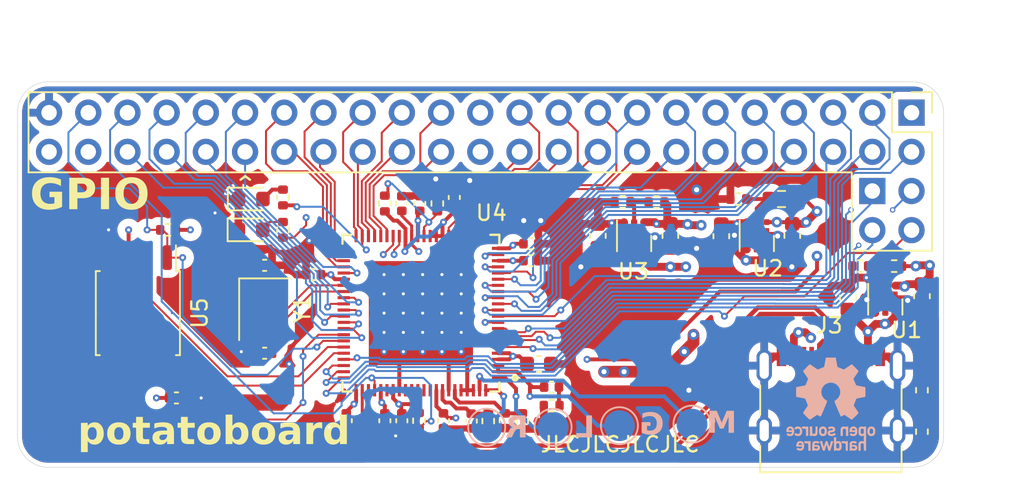
<source format=kicad_pcb>
(kicad_pcb (version 20221018) (generator pcbnew)
  (title_block (rev "1"))
  (layers (0 "F.Cu" signal "Front") (1 "In1.Cu" signal) (2 "In2.Cu" signal) (31 "B.Cu" signal "Back") (34 "B.Paste" user) (35 "F.Paste" user) (36 "B.SilkS" user "B.Silkscreen") (37 "F.SilkS" user "F.Silkscreen") (38 "B.Mask" user) (39 "F.Mask" user) (44 "Edge.Cuts" user))
  (net 0 "")
  (net 1 "VBUS")
  (net 2 "GND")
  (net 3 "+3V3")
  (net 4 "+2V5")
  (net 5 "+1V1")
  (net 6 "Net-(U4-HOSCO)")
  (net 7 "Net-(U4-HOSCI)")
  (net 8 "Net-(D1-A)")
  (net 9 "Net-(D2-A)")
  (net 10 "PD0")
  (net 11 "PD1")
  (net 12 "PD2")
  (net 13 "PD3")
  (net 14 "PD4")
  (net 15 "PD5")
  (net 16 "PD6")
  (net 17 "PD7")
  (net 18 "PD8")
  (net 19 "PD9")
  (net 20 "PD10")
  (net 21 "PD11")
  (net 22 "PD12")
  (net 23 "PD13")
  (net 24 "PD14")
  (net 25 "PD15")
  (net 26 "PD16")
  (net 27 "PD17")
  (net 28 "PD18")
  (net 29 "PD19")
  (net 30 "PD20")
  (net 31 "PD21")
  (net 32 "PE12")
  (net 33 "PE11")
  (net 34 "PE10")
  (net 35 "PE9")
  (net 36 "PE8")
  (net 37 "PE7")
  (net 38 "PE5")
  (net 39 "PE4")
  (net 40 "PE3")
  (net 41 "PE2")
  (net 42 "PE1")
  (net 43 "PE0")
  (net 44 "~{RESET}")
  (net 45 "PA0")
  (net 46 "PA1")
  (net 47 "PA3")
  (net 48 "PA2")
  (net 49 "PF0")
  (net 50 "PF4")
  (net 51 "PF2")
  (net 52 "PF1")
  (net 53 "PF3")
  (net 54 "PF5")
  (net 55 "PE6")
  (net 56 "Net-(J3-CC1)")
  (net 57 "D+")
  (net 58 "D-")
  (net 60 "Net-(J3-CC2)")
  (net 62 "Net-(U1-FB)")
  (net 63 "Net-(U2-FB)")
  (net 64 "Net-(U4-HPL)")
  (net 65 "Net-(U3-FB)")
  (net 66 "Net-(U4-SVREF)")
  (net 67 "CS")
  (net 71 "Net-(U4-HPR)")
  (net 72 "VRA2")
  (net 73 "SCK")
  (net 74 "MISO")
  (net 75 "MOSI")
  (net 82 "VRA1")
  (net 83 "Net-(C12-Pad1)")
  (net 84 "Net-(U4-HIPCOMFB)")
  (net 85 "Net-(U4-MICIN)")
  (footprint "Capacitor_SMD:C_0402_1005Metric" (layer "F.Cu") (at 81.8 64.98 -90)
    (fp_text reference "C18" hide)
    (fp_text value "0.1uF")
  )
  (footprint "Capacitor_SMD:C_0603_1608Metric" (layer "F.Cu") (at 98.1 52.9875 90)
    (fp_text reference "C3" hide)
    (fp_text value "2.2uF")
  )
  (footprint "Resistor_SMD:R_0402_1005Metric" (layer "F.Cu") (at 99.7 50.7875 180)
    (fp_text reference "R6" hide)
    (fp_text value "100k")
  )
  (footprint "Crystal:Crystal_SMD_3225-4Pin_3.2x2.5mm" (layer "F.Cu") (at 76.5125 57.75 -90)
    (fp_text reference "Y1")
    (fp_text value "24MHz")
  )
  (footprint "Capacitor_SMD:C_0603_1608Metric" (layer "F.Cu") (at 94.2875 61.3 180)
    (fp_text reference "C9" hide)
    (fp_text value "2.2uF")
  )
  (footprint "Package_SON:WSON-6-1EP_2x2mm_P0.65mm_EP1x1.6mm" (layer "F.Cu") (at 108.4 52.9875 -90)
    (fp_text reference "U2")
    (fp_text value "TLV75801PDRV")
  )
  (footprint "Resistor_SMD:R_0402_1005Metric" (layer "F.Cu") (at 117.3 54.95 180)
    (fp_text reference "R1" hide)
    (fp_text value "510k")
  )
  (footprint "Capacitor_SMD:C_0603_1608Metric" (layer "F.Cu") (at 119.1 56.9 -90)
    (fp_text reference "C4" hide)
    (fp_text value "2.2uF")
  )
  (footprint "LED_SMD:LED_0603_1608Metric" (layer "F.Cu") (at 75.6125 50.6)
    (fp_text reference "D2" hide)
    (fp_text value "BLUE")
  )
  (footprint "Package_SON:WSON-6-1EP_2x2mm_P0.65mm_EP1x1.6mm" (layer "F.Cu") (at 116.725 57.1 -90)
    (fp_text reference "U1")
    (fp_text value "TLV75801PDRV")
  )
  (footprint "Capacitor_SMD:C_0603_1608Metric" (layer "F.Cu") (at 106.1 53.0125 90)
    (fp_text reference "C2" hide)
    (fp_text value "2.2uF")
  )
  (footprint "Resistor_SMD:R_0402_1005Metric" (layer "F.Cu") (at 107.2 50.6 180)
    (fp_text reference "R4" hide)
    (fp_text value "100k")
  )
  (footprint "Package_SO:SOIC-8_5.23x5.23mm_P1.27mm" (layer "F.Cu") (at 68.3 58 -90)
    (fp_text reference "U5")
    (fp_text value "W25Q128JVS")
  )
  (footprint "Connector_PinHeader_2.54mm:PinHeader_2x23_P2.54mm_Vertical" (layer "F.Cu") (at 118.425 45 -90)
    (fp_text reference "J1" hide)
    (fp_text value "Conn_02x23_Odd_Even")
  )
  (footprint "Capacitor_SMD:C_0402_1005Metric" (layer "F.Cu") (at 70.8 63.5 180)
    (fp_text reference "C21" hide)
    (fp_text value "0.1uF")
  )
  (footprint "Resistor_SMD:R_0402_1005Metric" (layer "F.Cu") (at 84.3 50.89 90)
    (fp_text reference "R10" hide)
    (fp_text value "2.2k 1%")
  )
  (footprint "Capacitor_SMD:C_0402_1005Metric" (layer "F.Cu") (at 93.7625 53.5 180)
    (fp_text reference "C11" hide)
    (fp_text value "0.1uF")
  )
  (footprint "Resistor_SMD:R_0402_1005Metric" (layer "F.Cu") (at 119.1 63 -90)
    (fp_text reference "R16" hide)
    (fp_text value "5.1k")
  )
  (footprint "Resistor_SMD:R_0402_1005Metric" (layer "F.Cu") (at 77.7 50.5 90)
    (fp_text reference "R15" hide)
    (fp_text value "1k")
  )
  (footprint "Resistor_SMD:R_0402_1005Metric" (layer "F.Cu") (at 91 65 -90)
    (fp_text reference "R8" hide)
    (fp_text value "200k")
  )
  (footprint "Resistor_SMD:R_0402_1005Metric" (layer "F.Cu") (at 87.7 50.89 -90)
    (fp_text reference "R11" hide)
    (fp_text value "2.2k 1%")
  )
  (footprint "Resistor_SMD:R_0603_1608Metric" (layer "F.Cu") (at 110 50.6 180)
    (fp_text reference "R3" hide)
    (fp_text value "360k")
  )
  (footprint "Capacitor_SMD:C_0402_1005Metric" (layer "F.Cu") (at 79.6825 55.5)
    (fp_text reference "C20" hide)
    (fp_text value "0.1uF")
  )
  (footprint "Connector_PinHeader_2.54mm:PinHeader_2x02_P2.54mm_Vertical" (layer "F.Cu") (at 115.885 50.08)
    (fp_text reference "J2" hide)
    (fp_text value "Conn_02x02_Odd_Even")
  )
  (footprint "Capacitor_SMD:C_0402_1005Metric" (layer "F.Cu") (at 85.4 50.89 90)
    (fp_text reference "C19" hide)
    (fp_text value "0.1uF")
  )
  (footprint "Capacitor_SMD:C_0402_1005Metric" (layer "F.Cu") (at 95.1 62.8 180)
    (fp_text reference "C12" hide)
    (fp_text value "0.1uF")
  )
  (footprint "Capacitor_SMD:C_0402_1005Metric" (layer "F.Cu") (at 76.5125 54.9)
    (fp_text reference "C23" hide)
    (fp_text value "30pF 5%")
  )
  (footprint "Capacitor_SMD:C_0402_1005Metric" (layer "F.Cu") (at 86.5625 50.89 90)
    (fp_text reference "C15" hide)
    (fp_text value "1uF")
  )
  (footprint "Resistor_SMD:R_0402_1005Metric" (layer "F.Cu") (at 86.5125 64.98 -90)
    (fp_text reference "R14" hide)
    (fp_text value "47k")
  )
  (footprint "Package_SON:WSON-6-1EP_2x2mm_P0.65mm_EP1x1.6mm" (layer "F.Cu") (at 100.45 52.9875 -90)
    (fp_text reference "U3")
    (fp_text value "TLV75801PDRV")
  )
  (footprint "Capacitor_SMD:C_0402_1005Metric" (layer "F.Cu") (at 85.4 64.98 -90)
    (fp_text reference "C16" hide)
    (fp_text value "0.1uF")
  )
  (footprint "Resistor_SMD:R_0402_1005Metric" (layer "F.Cu") (at 101.9 50.8 180)
    (fp_text reference "R5" hide)
    (fp_text value "100k")
  )
  (footprint "Resistor_SMD:R_0402_1005Metric" (layer "F.Cu") (at 93.2 65 -90)
    (fp_text reference "R7" hide)
    (fp_text value "200k")
  )
  (footprint "Capacitor_SMD:C_0603_1608Metric" (layer "F.Cu") (at 102.8 52.9875 -90)
    (fp_text reference "C6" hide)
    (fp_text value "2.2uF")
  )
  (footprint "Connector_USB:USB_C_Receptacle_G-Switch_GT-USB-7010ASV" (layer "F.Cu") (at 113.2 64.535)
    (fp_text reference "J3")
    (fp_text value "USB_C_Receptacle_USB2.0")
  )
  (footprint "Capacitor_SMD:C_0603_1608Metric" (layer "F.Cu") (at 114.3 57 90)
    (fp_text reference "C1" hide)
    (fp_text value "2.2uF")
  )
  (footprint "Capacitor_SMD:C_0402_1005Metric" (layer "F.Cu") (at 92.1 64.98 -90)
    (fp_text reference "C7" hide)
    (fp_text value "1uF")
  )
  (footprint "Capacitor_SMD:C_0402_1005Metric" (layer "F.Cu") (at 76.5125 60.6 180)
    (fp_text reference "C22" hide)
    (fp_text value "30pF 5%")
  )
  (footprint "Resistor_SMD:R_0402_1005Metric" (layer "F.Cu") (at 77.7 52.6 90)
    (fp_text reference "R13" hide)
    (fp_text value "1k")
  )
  (footprint "f1c200s:QFN-88_L10.0-W10.0-P0.40-BL-EP6.75" (layer "F.Cu") (at 86.6375 58 90)
    (fp_text reference "U4")
    (fp_text value "F1C200S")
  )
  (footprint "Capacitor_SMD:C_0603_1608Metric" (layer "F.Cu") (at 110.7 52.9875 -90)
    (fp_text reference "C5" hide)
    (fp_text value "2.2uF")
  )
  (footprint "Resistor_SMD:R_0402_1005Metric" (layer "F.Cu") (at 119.1 65.69 90)
    (fp_text reference "R17" hide)
    (fp_text value "5.1k")
  )
  (footprint "Resistor_SMD:R_0402_1005Metric" (layer "F.Cu") (at 70.255 52.6)
    (fp_text reference "R12" hide)
    (fp_text value "10k")
  )
  (footprint "Capacitor_SMD:C_0402_1005Metric" (layer "F.Cu") (at 88.1 64.98 -90)
    (fp_text reference "C14" hide)
    (fp_text value "0.1uF")
  )
  (footprint "Capacitor_SMD:C_0402_1005Metric" (layer "F.Cu") (at 88.8 50.5 90)
    (fp_text reference "C13" hide)
    (fp_text value "1uF")
  )
  (footprint "Resistor_SMD:R_0402_1005Metric" (layer "F.Cu") (at 115.1 54.95 180)
    (fp_text reference "R2" hide)
    (fp_text value "100k")
  )
  (footprint "Capacitor_SMD:C_0402_1005Metric" (layer "F.Cu") (at 93.7625 54.6 180)
    (fp_text reference "C10" hide)
    (fp_text value "0.1uF")
  )
  (footprint "Capacitor_SMD:C_0402_1005Metric" (layer "F.Cu") (at 84.3 64.98 -90)
    (fp_text reference "C17" hide)
    (fp_text value "0.1uF")
  )
  (footprint "LED_SMD:LED_0603_1608Metric" (layer "F.Cu") (at 75.6 52.6)
    (fp_text reference "D1" hide)
    (fp_text value "RED")
  )
  (footprint "Resistor_SMD:R_0402_1005Metric" (layer "F.Cu") (at 95.11 64 180)
    (fp_text reference "R9" hide)
    (fp_text value "22")
  )
  (footprint "Capacitor_SMD:C_0402_1005Metric" (layer "F.Cu") (at 89.9 65 -90)
    (fp_text reference "C8" hide)
    (fp_text value "1uF")
  )
  (footprint "TestPoint:TestPoint_Pad_D2.0mm" (layer "B.Cu") (at 99.5 65.3 180)
    (fp_text reference "TP1" hide)
    (fp_text value "HPCOM")
  )
  (footprint "TestPoint:TestPoint_Pad_D2.0mm" (layer "B.Cu") (at 95.2 65.4 180)
    (fp_text reference "TP2" hide)
    (fp_text value "HPL")
  )
  (footprint "TestPoint:TestPoint_Pad_D2.0mm" (layer "B.Cu") (at 90.9 65.4 180)
    (fp_text reference "TP4" hide)
    (fp_text value "HPR")
  )
  (footprint "TestPoint:TestPoint_Pad_D2.0mm" (layer "B.Cu") (at 104.2 65.2 180)
    (fp_text reference "TP3" hide)
    (fp_text value "MICIN")
  )
  (footprint "Symbol:OSHW-Logo_5.7x6mm_SilkScreen" (layer "B.Cu") (at 113.2 63.9 180)
    (fp_text reference "REF**" hide)
    (fp_text value "OSHW-Logo_5.7x6mm_SilkScreen" hide)
  )
  (gr_poly (pts (arc (start 118.5 68) (mid 119.914214 67.414214) (end 120.5 66)) (arc (start 120.5 45) (mid 119.914214 43.585786) (end 118.5 43)) (arc (start 62.5 43) (mid 61.085786 43.585786) (end 60.5 45)) (arc (start 60.5 66) (mid 61.085786 67.414214) (end 62.5 68))) (stroke (width 0.0381)) (fill none) (layer "Edge.Cuts"))
  (gr_text "L" (at 97.9 66.3) (layer "B.SilkS") (effects (font (size 1.4 1.4) (thickness 0.1524) bold) (justify left bottom mirror)))
  (gr_text "M" (at 107.1 66) (layer "B.SilkS") (effects (font (size 1.4 1.4) (thickness 0.1524) bold) (justify left bottom mirror)))
  (gr_text "G" (at 102.4 66.1) (layer "B.SilkS") (effects (font (size 1.4 1.4) (thickness 0.1524) bold) (justify left bottom mirror)))
  (gr_text "R" (at 93.6 66.3) (layer "B.SilkS") (effects (font (size 1.4 1.4) (thickness 0.1524) bold) (justify left bottom mirror)))
  (gr_text "JLCJLCJLCJLC" (at 94.3 67.1) (layer "F.SilkS") (effects (font (size 1 1) (thickness 0.1524) bold) (justify left bottom)))
  (gr_text "^" (at 74.7 51) (layer "F.SilkS") (effects (font (size 1.6 1.6) (thickness 0.1524) bold) (justify left bottom)))
  (gr_text "GPIO" (at 61.3 51.6) (layer "F.SilkS") (effects (font (size 2 2) (thickness 0.1524) bold) (justify left bottom)))
  (gr_text "potatoboard" (at 64.4 66.8) (layer "F.SilkS") (effects (font (size 1.8 1.8) (thickness 0.1524) bold) (justify left bottom)))
  (segment (start 111.5443 59.2443) (end 111.9 59.6) (width 0.508) (layer "F.Cu") (net 1))
  (segment (start 111.1 59.2443) (end 111.5443 59.2443) (width 0.508) (layer "F.Cu") (net 1))
  (segment (start 107.7 54.575) (end 107 53.875) (width 0.508) (layer "F.Cu") (net 1))
  (segment (start 114.6 57.775) (end 114.3 57.775) (width 0.508) (layer "F.Cu") (net 1))
  (segment (start 107 53.875) (end 106.1875 53.875) (width 0.508) (layer "F.Cu") (net 1))
  (segment (start 114.8125 57.9875) (end 116.075 57.9875) (width 0.508) (layer "F.Cu") (net 1))
  (segment (start 116.1 58.7) (end 115.6 59.2) (width 0.508) (layer "F.Cu") (net 1))
  (segment (start 104.3 59.4) (end 104.3 59.9) (width 0.762) (layer "F.Cu") (net 1))
  (segment (start 102.4 61.8) (end 103.7 60.5) (width 0.762) (layer "F.Cu") (net 1))
  (segment (start 116.883898 58.7) (end 117.375 58.208898) (width 0.508) (layer "F.Cu") (net 1))
  (segment (start 107.75 53.875) (end 107 53.875) (width 0.508) (layer "F.Cu") (net 1))
  (segment (start 99.02 54.06) (end 99.02 53.875) (width 0.508) (layer "F.Cu") (net 1))
  (segment (start 109.05 54.096398) (end 109.05 53.875) (width 0.508) (layer "F.Cu") (net 1))
  (segment (start 115.6 59.2) (end 115.6 60.81) (width 0.508) (layer "F.Cu") (net 1))
  (segment (start 101.05 54.55) (end 99.51 54.55) (width 0.508) (layer "F.Cu") (net 1))
  (segment (start 115.6 59.2) (end 114.8125 58.4125) (width 0.508) (layer "F.Cu") (net 1))
  (segment (start 103.8 54.9941) (end 102.8 54.9941) (width 0.508) (layer "F.Cu") (net 1))
  (segment (start 101.1 54.55) (end 101.1 53.875) (width 0.508) (layer "F.Cu") (net 1))
  (segment (start 101.4941 54.9941) (end 101.05 54.55) (width 0.508) (layer "F.Cu") (net 1))
  (segment (start 99.51 54.55) (end 99.02 54.06) (width 0.508) (layer "F.Cu") (net 1))
  (segment (start 108.571398 54.575) (end 109.05 54.096398) (width 0.508) (layer "F.Cu") (net 1))
  (segment (start 111.1 59.2443) (end 110.8 59.5443) (width 0.508) (layer "F.Cu") (net 1))
  (segment (start 116.7 58.7) (end 116.1 58.7) (width 0.508) (layer "F.Cu") (net 1))
  (segment (start 114.8125 57.9875) (end 114.6 57.775) (width 0.508) (layer "F.Cu") (net 1))
  (segment (start 110.8 59.5443) (end 110.8 60.81) (width 0.508) (layer "F.Cu") (net 1))
  (segment (start 104.3 59.9) (end 103.7 60.5) (width 0.762) (layer "F.Cu") (net 1))
  (segment (start 117.375 58.208898) (end 117.375 57.9875) (width 0.508) (layer "F.Cu") (net 1))
  (segment (start 99.8 61.8) (end 102.4 61.8) (width 0.762) (layer "F.Cu") (net 1))
  (segment (start 99.8 61.8) (end 98.5 61.8) (width 0.762) (layer "F.Cu") (net 1))
  (segment (start 99.8 53.875) (end 99.02 53.875) (width 0.508) (layer "F.Cu") (net 1))
  (segment (start 99.02 53.875) (end 98.2125 53.875) (width 0.508) (layer "F.Cu") (net 1))
  (segment (start 107.7 54.575) (end 108.571398 54.575) (width 0.508) (layer "F.Cu") (net 1))
  (segment (start 102.8 54.9941) (end 101.4941 54.9941) (width 0.508) (layer "F.Cu") (net 1))
  (segment (start 116.7 58.7) (end 116.883898 58.7) (width 0.508) (layer "F.Cu") (net 1))
  (segment (start 114.8125 58.4125) (end 114.8125 57.9875) (width 0.508) (layer "F.Cu") (net 1))
  (via (at 102.8 54.9941) (size 0.6858) (drill 0.3302) (layers "F.Cu" "B.Cu") (net 1))
  (via (at 111.1 59.2443) (size 0.6858) (drill 0.3302) (layers "F.Cu" "B.Cu") (net 1))
  (via (at 103.8 54.9941) (size 0.6858) (drill 0.3302) (layers "F.Cu" "B.Cu") (net 1))
  (via (at 104.3 59.4) (size 0.6858) (drill 0.3302) (layers "F.Cu" "B.Cu") (net 1))
  (via (at 98.5 61.8) (size 0.6858) (drill 0.3302) (layers "F.Cu" "B.Cu") (net 1))
  (via (at 115.6 59.2) (size 0.6858) (drill 0.3302) (layers "F.Cu" "B.Cu") (net 1))
  (via (at 103.7 60.5) (size 0.6858) (drill 0.3302) (layers "F.Cu" "B.Cu") (net 1))
  (via (at 107.7 54.575) (size 0.6858) (drill 0.3302) (layers "F.Cu" "B.Cu") (net 1))
  (via (at 116.7 58.7) (size 0.6858) (drill 0.3302) (layers "F.Cu" "B.Cu") (net 1))
  (via (at 99.8 61.8) (size 0.6858) (drill 0.3302) (layers "F.Cu" "B.Cu") (net 1))
  (via (at 111.9 59.6) (size 0.6858) (drill 0.3302) (layers "F.Cu" "B.Cu") (net 1))
  (segment (start 106.95 52.95) (end 106.2375 52.2375) (width 0.508) (layer "F.Cu") (net 2))
  (segment (start 116.075 56.45) (end 116.075 56.2125) (width 0.508) (layer "F.Cu") (net 2))
  (segment (start 77.3625 56.65) (end 77.3625 55.27) (width 0.254) (layer "F.Cu") (net 2))
  (segment (start 118.1 57.1) (end 118.175 57.175) (width 0.508) (layer "F.Cu") (net 2))
  (segment (start 114.79 55.735) (end 114.3 56.225) (width 0.508) (layer "F.Cu") (net 2))
  (segment (start 108.4 52.9875) (end 109.7375 52.9875) (width 0.508) (layer "F.Cu") (net 2))
  (segment (start 89.9 65.48) (end 88.12 65.48) (width 0.4) (layer "F.Cu") (net 2))
  (segment (start 84.82 65.78) (end 84.5 65.46) (width 0.254) (layer "F.Cu") (net 2))
  (segment (start 117.25 57.1) (end 118.1 57.1) (width 0.508) (layer "F.Cu") (net 2))
  (segment (start 85.18 65.78) (end 85.4 65.56) (width 0.254) (layer "F.Cu") (net 2))
  (segment (start 110 60.81) (end 109.48 60.81) (width 0.508) (layer "F.Cu") (net 2))
  (segment (start 85.2375 63) (end 85.2375 59.4) (width 0.254) (layer "F.Cu") (net 2))
  (segment (start 115.75 57.1) (end 116.2 57.1) (width 0.508) (layer "F.Cu") (net 2))
  (segment (start 102.6 53.7625) (end 102.4625 53.7625) (width 0.508) (layer "F.Cu") (net 2))
  (segment (start 116.4 60.81) (end 116.92 60.81) (width 0.508) (layer "F.Cu") (net 2))
  (segment (start 102.4625 53.7625) (end 101.8 53.1) (width 0.508) (layer "F.Cu") (net 2))
  (segment (start 116.92 60.81) (end 117.52 61.41) (width 0.508) (layer "F.Cu") (net 2))
  (segment (start 90.0375 63) (end 89.6375 63) (width 0.254) (layer "F.Cu") (net 2))
  (segment (start 109.7375 52.9875) (end 109.75 53) (width 0.508) (layer "F.Cu") (net 2))
  (segment (start 118.6 57.175) (end 119.1 57.675) (width 0.508) (layer "F.Cu") (net 2))
  (segment (start 109.75 53) (end 109.7625 52.9875) (width 0.508) (layer "F.Cu") (net 2))
  (segment (start 88.4375 63) (end 88.4375 59.8) (width 0.254) (layer "F.Cu") (net 2))
  (segment (start 89.6375 63) (end 89.6375 61) (width 0.254) (layer "F.Cu") (net 2))
  (segment (start 77.3625 55.27) (end 76.9925 54.9) (width 0.254) (layer "F.Cu") (net 2))
  (segment (start 116.0125 56.2125) (end 116.075 56.2125) (width 0.508) (layer "F.Cu") (net 2))
  (segment (start 100.45 52.971398) (end 99.8 52.321398) (width 0.508) (layer "F.Cu") (net 2))
  (segment (start 85 65.96) (end 84.82 65.78) (width 0.254) (layer "F.Cu") (net 2))
  (segment (start 118.175 57.175) (end 118.6 57.175) (width 0.508) (layer "F.Cu") (net 2))
  (segment (start 108.4 52.9875) (end 107 52.9875) (width 0.508) (layer "F.Cu") (net 2))
  (segment (start 109.48 60.81) (end 108.88 61.41) (width 0.508) (layer "F.Cu") (net 2))
  (segment (start 115.5 55.7) (end 114.825 55.7) (width 0.508) (layer "F.Cu") (net 2))
  (segment (start 108.4 52.9875) (end 107.75 52.3375) (width 0.508) (layer "F.Cu") (net 2))
  (segment (start 89.6375 63) (end 89.2375 63) (width 0.254) (layer "F.Cu") (net 2))
  (segment (start 101.8 53.1) (end 100.5625 53.1) (width 0.508) (layer "F.Cu") (net 2))
  (segment (start 107.75 52.3375) (end 107.75 52.1) (width 0.508) (layer "F.Cu") (net 2))
  (segment (start 85.18 65.78) (end 84.82 65.78) (width 0.254) (layer "F.Cu") (net 2))
  (segment (start 99.8 52.321398) (end 99.8 52.1) (width 0.508) (layer "F.Cu") (net 2))
  (segment (start 84.5 65.46) (end 84.3 65.46) (width 0.254) (layer "F.Cu") (net 2))
  (segment (start 115.5 55.7) (end 116.0125 56.2125) (width 0.508) (layer "F.Cu") (net 2))
  (segment (start 114.825 55.7) (end 114.79 55.735) (width 0.508) (layer "F.Cu") (net 2))
  (segment (start 109.925 52.9875) (end 110.7 53.7625) (width 0.508) (layer "F.Cu") (net 2))
  (segment (start 107 52.9875) (end 106.9625 52.95) (width 0.508) (layer "F.Cu") (net 2))
  (segment (start 114.59 55.535) (end 114.79 55.735) (width 0.254) (layer "F.Cu") (net 2))
  (segment (start 106.9625 52.95) (end 106.95 52.95) (width 0.508) (layer "F.Cu") (net 2))
  (segment (start 116.725 57.1) (end 116.075 56.45) (width 0.508) (layer "F.Cu") (net 2))
  (segment (start 109.7625 52.9875) (end 109.925 52.9875) (width 0.508) (layer "F.Cu") (net 2))
  (segment (start 115.7 57.1) (end 115.725 57.075) (width 0.508) (layer "F.Cu") (net 2))
  (segment (start 85 65.96) (end 85.18 65.78) (width 0.254) (layer "F.Cu") (net 2))
  (segment (start 115.725 57.075) (end 115.75 57.1) (width 0.508) (layer "F.Cu") (net 2))
  (segment (start 114.59 54.95) (end 114.59 55.535) (width 0.254) (layer "F.Cu") (net 2))
  (via (at 89.25 56.75) (size 0.45) (drill 0.2) (layers "F.Cu" "B.Cu") (net 2))
  (via (at 109.75 53) (size 0.6858) (drill 0.3302) (layers "F.Cu" "B.Cu") (net 2))
  (via (at 84.25 55.5) (size 0.45) (drill 0.2) (layers "F.Cu" "B.Cu") (net 2))
  (via (at 89.25 60.5) (size 0.45) (drill 0.2) (layers "F.Cu" "B.Cu") (net 2))
  (via (at 84.25 59.25) (size 0.45) (drill 0.2) (layers "F.Cu" "B.Cu") (net 2))
  (via (at 86.75 55.5) (size 0.45) (drill 0.2) (layers "F.Cu" "B.Cu") (net 2))
  (via (at 89.25 59.25) (size 0.45) (drill 0.2) (layers "F.Cu" "B.Cu") (net 2))
  (via (at 72.4 63.5) (size 0.45) (drill 0.2) (layers "F.Cu" "B.Cu") (net 2))
  (via (at 115.5 55.7) (size 0.45) (drill 0.2) (layers "F.Cu" "B.Cu") (net 2))
  (via (at 84.25 56.75) (size 0.45) (drill 0.2) (layers "F.Cu" "B.Cu") (net 2))
  (via (at 104.5 50) (size 0.6858) (drill 0.3302) (layers "F.Cu" "B.Cu") (net 2))
  (via (at 75 60.5) (size 0.45) (drill 0.2) (layers "F.Cu" "B.Cu") (net 2))
  (via (at 88 55.5) (size 0.45) (drill 0.2) (layers "F.Cu" "B.Cu") (net 2))
  (via (at 99 52.15) (size 0.45) (drill 0.2) (layers "F.Cu" "B.Cu") (net 2))
  (via (at 88 58) (size 0.45) (drill 0.2) (layers "F.Cu" "B.Cu") (net 2))
  (via (at 89.8 49.4) (size 0.6858) (drill 0.3302) (layers "F.Cu" "B.Cu") (net 2))
  (via (at 107.1 52.2) (size 0.45) (drill 0.2) (layers "F.Cu" "B.Cu") (net 2))
  (via (at 115.528611 57.129851) (size 0.6858) (drill 0.3302) (layers "F.Cu" "B.Cu") (net 2))
  (via (at 85.5 56.75) (size 0.45) (drill 0.2) (layers "F.Cu" "B.Cu") (net 2))
  (via (at 89.25 55.5) (size 0.45) (drill 0.2) (layers "F.Cu" "B.Cu") (net 2))
  (via (at 87.6 49.3) (size 0.6858) (drill 0.3302) (layers "F.Cu" "B.Cu") (net 2))
  (via (at 85.5 59.25) (size 0.45) (drill 0.2) (layers "F.Cu" "B.Cu") (net 2))
  (via (at 106.95 52.95) (size 0.6858) (drill 0.3302) (layers "F.Cu" "B.Cu") (net 2))
  (via (at 80.7 65.4) (size 0.45) (drill 0.2) (layers "F.Cu" "B.Cu") (net 2))
  (via (at 86.75 60.5) (size 0.45) (drill 0.2) (layers "F.Cu" "B.Cu") (net 2))
  (via (at 94.4 52) (size 0.6858) (drill 0.3302) (layers "F.Cu" "B.Cu") (net 2))
  (via (at 110.670459 55.0005) (size 0.6858) (drill 0.3302) (layers "F.Cu" "B.Cu") (net 2))
  (via (at 79.4 53.3) (size 0.45) (drill 0.2) (layers "F.Cu" "B.Cu") (net 2))
  (via (at 86.75 59.25) (size 0.45) (drill 0.2) (layers "F.Cu" "B.Cu") (net 2))
  (via (at 66.4 52.6) (size 0.45) (drill 0.2) (layers "F.Cu" "B.Cu") (net 2))
  (via (at 88 60.5) (size 0.45) (drill 0.2) (layers "F.Cu" "B.Cu") (net 2))
  (via (at 104.5 53.8) (size 0.6858) (drill 0.3302) (layers "F.Cu" "B.Cu") (net 2))
  (via (at 89.25 58) (size 0.45) (drill 0.2) (layers "F.Cu" "B.Cu") (net 2))
  (via (at 85.5 58) (size 0.45) (drill 0.2) (layers "F.Cu" "B.Cu") (net 2))
  (via (at 88 56.75) (size 0.45) (drill 0.2) (layers "F.Cu" "B.Cu") (net 2))
  (via (at 84.25 60.5) (size 0.45) (drill 0.2) (layers "F.Cu" "B.Cu") (net 2))
  (via (at 86.75 58) (size 0.45) (drill 0.2) (layers "F.Cu" "B.Cu") (net 2))
  (via (at 85.5 60.5) (size 0.45) (drill 0.2) (layers "F.Cu" "B.Cu") (net 2))
  (via (at 88 59.25) (size 0.45) (drill 0.2) (layers "F.Cu" "B.Cu") (net 2))
  (via (at 73.3 51.5) (size 0.45) (drill 0.2) (layers "F.Cu" "B.Cu") (net 2))
  (via (at 84.25 58) (size 0.45) (drill 0.2) (layers "F.Cu" "B.Cu") (net 2))
  (via (at 104 63) (size 0.6858) (drill 0.3302) (layers "F.Cu" "B.Cu") (net 2))
  (via (at 86.75 56.75) (size 0.45) (drill 0.2) (layers "F.Cu" "B.Cu") (net 2))
  (via (at 78.1 61.3) (size 0.45) (drill 0.2) (layers "F.Cu" "B.Cu") (net 2))
  (via (at 85 65.96) (size 0.45) (drill 0.2) (layers "F.Cu" "B.Cu") (net 2))
  (via (at 97 55) (size 0.6858) (drill 0.3302) (layers "F.Cu" "B.Cu") (net 2))
  (via (at 101.8 53.1) (size 0.6858) (drill 0.3302) (layers "F.Cu" "B.Cu") (net 2))
  (via (at 93.3 52) (size 0.6858) (drill 0.3302) (layers "F.Cu" "B.Cu") (net 2))
  (via (at 85.5 55.5) (size 0.45) (drill 0.2) (layers "F.Cu" "B.Cu") (net 2))
  (via (at 118.175 57.175) (size 0.6858) (drill 0.3302) (layers "F.Cu" "B.Cu") (net 2))
  (segment (start 79.2 52.3) (end 78.39 53.11) (width 0.127) (layer "F.Cu") (net 3))
  (segment (start 84.8375 63.5272) (end 85.2 63.8897) (width 0.254) (layer "F.Cu") (net 3))
  (segment (start 85.2 63.9) (end 85.2103 63.9) (width 0.254) (layer "F.Cu") (net 3))
  (segment (start 118.125 56.125) (end 117.975 56.275) (width 0.254) (layer "F.Cu") (net 3))
  (segment (start 84.8375 63) (end 84.8375 63.5272) (width 0.254) (layer "F.Cu") (net 3))
  (segment (start 69.5 63.5) (end 70.32 63.5) (width 0.254) (layer "F.Cu") (net 3))
  (segment (start 81.8 64.4) (end 82.3 63.9) (width 0.254) (layer "F.Cu") (net 3))
  (segment (start 117.975 56.275) (end 117.9125 56.2125) (width 0.508) (layer "F.Cu") (net 3))
  (segment (start 92.3625 61) (end 92.5625 60.8) (width 0.254) (layer "F.Cu") (net 3))
  (segment (start 85.2103 63.9) (end 85.3625 63.9) (width 0.254) (layer "F.Cu") (net 3))
  (segment (start 91.6375 61) (end 92.3625 61) (width 0.254) (layer "F.Cu") (net 3))
  (segment (start 82.4375 63.7625) (end 82.3 63.9) (width 0.254) (layer "F.Cu") (net 3))
  (segment (start 80.8 55.5375) (end 80.8 55.5) (width 0.254) (layer "F.Cu") (net 3))
  (segment (start 78.39 53.11) (end 77.7 53.11) (width 0.127) (layer "F.Cu") (net 3))
  (segment (start 79.2 51.8) (end 79.2 52.3) (width 0.127) (layer "F.Cu") (net 3))
  (segment (start 85.3625 63.9) (end 85.3625 64.4625) (width 0.254) (layer "F.Cu") (net 3))
  (segment (start 85.2 63.8897) (end 85.2 63.9) (width 0.254) (layer "F.Cu") (net 3))
  (segment (start 80.1625 55.5) (end 80.8 55.5) (width 0.254) (layer "F.Cu") (net 3))
  (segment (start 70.865 52.6) (end 70.765 52.7) (width 0.254) (layer "F.Cu") (net 3))
  (segment (start 119.1 56.125) (end 118.125 56.125) (width 0.508) (layer "F.Cu") (net 3))
  (segment (start 92.6 54.6) (end 92.5625 54.6) (width 0.254) (layer "F.Cu") (net 3))
  (segment (start 91.6375 54.6) (end 92.5625 54.6) (width 0.254) (layer "F.Cu") (net 3))
  (segment (start 71.7 52.6) (end 70.865 52.6) (width 0.254) (layer "F.Cu") (net 3))
  (segment (start 92.3625 60.6) (end 92.5625 60.8) (width 0.254) (layer "F.Cu") (net 3))
  (segment (start 70.205 61.6) (end 70.205 63.385) (width 0.254) (layer "F.Cu") (net 3))
  (segment (start 92.5625 60.8) (end 92.6 60.8) (width 0.254) (layer "F.Cu") (net 3))
  (segment (start 118.7 54.95) (end 117.81 54.95) (width 0.254) (layer "F.Cu") (net 3))
  (segment (start 82.4375 63) (end 82.4375 63.7625) (width 0.254) (layer "F.Cu") (net 3))
  (segment (start 85.9425 63.9) (end 86.5125 64.47) (width 0.254) (layer "F.Cu") (net 3))
  (segment (start 119.6 54.9) (end 119.6 55.625) (width 0.508) (layer "F.Cu") (net 3))
  (segment (start 81.0625 55.8) (end 80.8 55.5375) (width 0.254) (layer "F.Cu") (net 3))
  (segment (start 85.3625 63.9) (end 85.9425 63.9) (width 0.254) (layer "F.Cu") (net 3))
  (segment (start 119.6 54.9) (end 118.75 54.9) (width 0.508) (layer "F.Cu") (net 3))
  (segment (start 117.9125 56.2125) (end 117.375 56.2125) (width 0.508) (layer "F.Cu") (net 3))
  (segment (start 67.7 52.6) (end 67.7 54.365) (width 0.254) (layer "F.Cu") (net 3))
  (segment (start 92.6 60.8) (end 93.0125 60.8) (width 0.254) (layer "F.Cu") (net 3))
  (segment (start 91.6375 60.6) (end 92.3625 60.6) (width 0.254) (layer "F.Cu") (net 3))
  (segment (start 119.6 55.625) (end 119.1 56.125) (width 0.508) (layer "F.Cu") (net 3))
  (segment (start 81.6375 55.8) (end 81.0625 55.8) (width 0.254) (layer "F.Cu") (net 3))
  (segment (start 70.205 61.6) (end 68.935 61.6) (width 0.254) (layer "F.Cu") (net 3))
  (segment (start 118.75 54.9) (end 118.7 54.95) (width 0.508) (layer "F.Cu") (net 3))
  (segment (start 93.0125 60.8) (end 93.5125 61.3) (width 0.254) (layer "F.Cu") (net 3))
  (segment (start 93.2825 54.6) (end 92.6 54.6) (width 0.254) (layer "F.Cu") (net 3))
  (via (at 69.5 63.5) (size 0.45) (drill 0.2) (layers "F.Cu" "B.Cu") (net 3))
  (via (at 71.7 52.6) (size 0.45) (drill 0.2) (layers "F.Cu" "B.Cu") (net 3))
  (via (at 92.6 60.8) (size 0.45) (drill 0.2) (layers "F.Cu" "B.Cu") (net 3))
  (via (at 119.6 54.9) (size 0.6858) (drill 0.3302) (layers "F.Cu" "B.Cu") (net 3))
  (via (at 82.3 63.9) (size 0.45) (drill 0.2) (layers "F.Cu" "B.Cu") (net 3))
  (via (at 85.2 63.9) (size 0.45) (drill 0.2) (layers "F.Cu" "B.Cu") (net 3))
  (via (at 80.8 55.5) (size 0.45) (drill 0.2) (layers "F.Cu" "B.Cu") (net 3))
  (via (at 118.7 54.95) (size 0.6858) (drill 0.3302) (layers "F.Cu" "B.Cu") (net 3))
  (via (at 67.7 52.6) (size 0.45) (drill 0.2) (layers "F.Cu" "B.Cu") (net 3))
  (via (at 92.6 54.6) (size 0.45) (drill 0.2) (layers "F.Cu" "B.Cu") (net 3))
  (via (at 79.2 51.8) (size 0.45) (drill 0.2) (layers "F.Cu" "B.Cu") (net 3))
  (via (at 117.975 56.275) (size 0.6858) (drill 0.3302) (layers "F.Cu" "B.Cu") (net 3))
  (segment (start 86.4625 52) (end 86.4375 51.975) (width 0.254) (layer "F.Cu") (net 4))
  (segment (start 86.4375 52.025) (end 86.4375 53) (width 0.254) (layer "F.Cu") (net 4))
  (segment (start 101.6 61) (end 106 56.6) (width 0.254) (layer "F.Cu") (net 4))
  (segment (start 112.3005 51.3995) (end 111.601 50.7) (width 0.254) (layer "F.Cu") (net 4))
  (segment (start 106 56.6) (end 110.9 56.6) (width 0.254) (layer "F.Cu") (net 4))
  (segment (start 112.3005 51.3995) (end 111.6 52.1) (width 0.508) (layer "F.Cu") (net 4))
  (segment (start 85.6375 52.5295) (end 85.108 52) (width 0.254) (layer "F.Cu") (net 4))
  (segment (start 85.6375 53) (end 85.6375 52.5295) (width 0.254) (layer "F.Cu") (net 4))
  (segment (start 85.5 54) (end 85.6375 53.8625) (width 0.254) (layer "F.Cu") (net 4))
  (segment (start 85.108 52) (end 84.8625 52) (width 0.254) (layer "F.Cu") (net 4))
  (segment (start 88.0375 52.1625) (end 88.0375 53) (width 0.254) (layer "F.Cu") (net 4))
  (segment (start 112.3 55.2) (end 112.3 54.3) (width 0.254) (layer "F.Cu") (net 4))
  (segment (start 87.6375 53) (end 87.2375 53) (width 0.254) (layer "F.Cu") (net 4))
  (segment (start 85.6375 53.8625) (end 85.6375 53) (width 0.254) (layer "F.Cu") (net 4))
  (segment (start 88.8 51.4) (end 88.8 50.98) (width 0.254) (layer "F.Cu") (net 4))
  (segment (start 88.0375 53) (end 87.6375 53) (width 0.254) (layer "F.Cu") (net 4))
  (segment (start 88.1 52.1) (end 88.8 51.4) (width 0.254) (layer "F.Cu") (net 4))
  (segment (start 86.45 52) (end 86.45 52.0125) (width 0.254) (layer "F.Cu") (net 4))
  (segment (start 88.1 52.1) (end 88.0375 52.1625) (width 0.254) (layer "F.Cu") (net 4))
  (segment (start 86.45 52) (end 86.4625 52) (width 0.254) (layer "F.Cu") (net 4))
  (segment (start 88.4 64.8) (end 88.1 64.5) (width 0.254) (layer "F.Cu") (net 4))
  (segment (start 85.6 54) (end 85.5 54) (width 0.254) (layer "F.Cu") (net 4))
  (segment (start 86.4375 51.975) (end 86.4375 51.495) (width 0.254) (layer "F.Cu") (net 4))
  (segment (start 110.7 52.2125) (end 111.4875 52.2125) (width 0.508) (layer "F.Cu") (net 4))
  (segment (start 109.7 52.1) (end 110.5875 52.1) (width 0.254) (layer "F.Cu") (net 4))
  (segment (start 109.05 52.1) (end 109.7 52.1) (width 0.254) (layer "F.Cu") (net 4))
  (segment (start 87.6375 64.0375) (end 88.1 64.5) (width 0.254) (layer "F.Cu") (net 4))
  (segment (start 87.6375 64.0375) (end 87.6375 63) (width 0.254) (layer "F.Cu") (net 4))
  (segment (start 85.6 53.9) (end 85.6 54) (width 0.254) (layer "F.Cu") (net 4))
  (segment (start 111.4875 52.2125) (end 111.6 52.1) (width 0.508) (layer "F.Cu") (net 4))
  (segment (start 110.9 56.6) (end 112.3 55.2) (width 0.254) (layer "F.Cu") (net 4))
  (segment (start 111.601 50.7) (end 110.925 50.7) (width 0.254) (layer "F.Cu") (net 4))
  (segment (start 84.8625 52) (end 84.3 51.4375) (width 0.254) (layer "F.Cu") (net 4))
  (segment (start 88.9 64.8) (end 88.4 64.8) (width 0.254) (layer "F.Cu") (net 4))
  (segment (start 97.4 61) (end 101.6 61) (width 0.254) (layer "F.Cu") (net 4))
  (segment (start 86.45 52.0125) (end 86.4375 52.025) (width 0.254) (layer "F.Cu") (net 4))
  (via (at 112.3005 51.3995) (size 0.6858) (drill 0.3302) (layers "F.Cu" "B.Cu") (net 4))
  (via (at 112.3 54.3) (size 0.6858) (drill 0.3302) (layers "F.Cu" "B.Cu") (net 4))
  (via (at 88.1 52.1) (size 0.45) (drill 0.2) (layers "F.Cu" "B.Cu") (net 4))
  (via (at 97.4 61) (size 0.45) (drill 0.2) (layers "F.Cu" "B.Cu") (net 4))
  (via (at 111.6 52.1) (size 0.6858) (drill 0.3302) (layers "F.Cu" "B.Cu") (net 4))
  (via (at 85.6 54) (size 0.45) (drill 0.2) (layers "F.Cu" "B.Cu") (net 4))
  (via (at 86.45 52) (size 0.45) (drill 0.2) (layers "F.Cu" "B.Cu") (net 4))
  (via (at 109.7 52.1) (size 0.6858) (drill 0.3302) (layers "F.Cu" "B.Cu") (net 4))
  (via (at 88.9 64.8) (size 0.45) (drill 0.2) (layers "F.Cu" "B.Cu") (net 4))
  (segment (start 86.4625 53.0375) (end 85.6 53.9) (width 0.254) (layer "B.Cu") (net 4))
  (segment (start 86.4625 53.0375) (end 87.1625 53.0375) (width 0.254) (layer "B.Cu") (net 4))
  (segment (start 87.1625 53.0375) (end 88.1 52.1) (width 0.254) (layer "B.Cu") (net 4))
  (segment (start 86.4625 52) (end 86.4625 53.0375) (width 0.254) (layer "B.Cu") (net 4))
  (segment (start 92.7 53.5) (end 93.2825 53.5) (width 0.254) (layer "F.Cu") (net 5))
  (segment (start 84.3 64) (end 84.3 64.5) (width 0.254) (layer "F.Cu") (net 5))
  (segment (start 85.4 51.38) (end 85.4 51.692816) (width 0.1905) (layer "F.Cu") (net 5))
  (segment (start 101.7875 52.1) (end 101.1 52.1) (width 0.508) (layer "F.Cu") (net 5))
  (segment (start 86.0375 52.330316) (end 86.0375 53) (width 0.1905) (layer "F.Cu") (net 5))
  (segment (start 103.8871 52.2125) (end 102.8 52.2125) (width 0.508) (layer "F.Cu") (net 5))
  (segment (start 104.8 52.3) (end 103.9746 52.3) (width 0.508) (layer "F.Cu") (net 5))
  (segment (start 103.9746 52.3) (end 103.9125 52.2379) (width 0.508) (layer "F.Cu") (net 5))
  (segment (start 84.0625 63.8) (end 84.1 63.8) (width 0.254) (layer "F.Cu") (net 5))
  (segment (start 84.1 63.8) (end 84.3 64) (width 0.254) (layer "F.Cu") (net 5))
  (segment (start 84.0375 63.775) (end 84.0375 63) (width 0.254) (layer "F.Cu") (net 5))
  (segment (start 102.6 52.2125) (end 102.6 50.99) (width 0.508) (layer "F.Cu") (net 5))
  (segment (start 84.0375 63.775) (end 84.0625 63.8) (width 0.254) (layer "F.Cu") (net 5))
  (segment (start 101.9 52.2125) (end 102.6 52.2125) (width 0.508) (layer "F.Cu") (net 5))
  (segment (start 86.493 54) (end 86.0375 53.5445) (width 0.1905) (layer "F.Cu") (net 5))
  (segment (start 92.5625 53.6) (end 92.6 53.6) (width 0.254) (layer "F.Cu") (net 5))
  (segment (start 103.9125 52.2379) (end 103.8871 52.2125) (width 0.508) (layer "F.Cu") (net 5))
  (segment (start 101.9 52.2125) (end 101.7875 52.1) (width 0.508) (layer "F.Cu") (net 5))
  (segment (start 102.6 50.99) (end 102.41 50.8) (width 0.508) (layer "F.Cu") (net 5))
  (segment (start 85.4 51.692816) (end 86.0375 52.330316) (width 0.1905) (layer "F.Cu") (net 5))
  (segment (start 92.5625 53.6) (end 92.3625 53.8) (width 0.254) (layer "F.Cu") (net 5))
  (segment (start 92.6 53.6) (end 92.7 53.5) (width 0.254) (layer "F.Cu") (net 5))
  (segment (start 86.0375 53.5445) (end 86.0375 53) (width 0.1905) (layer "F.Cu") (net 5))
  (segment (start 92.3625 53.8) (end 91.6375 53.8) (width 0.254) (layer "F.Cu") (net 5))
  (via (at 103.9125 52.2379) (size 0.6858) (drill 0.3302) (layers "F.Cu" "B.Cu") (net 5))
  (via (at 84.1 63.8) (size 0.45) (drill 0.2) (layers "F.Cu" "B.Cu") (net 5))
  (via (at 101.9 52.2125) (size 0.45) (drill 0.2) (layers "F.Cu" "B.Cu") (net 5))
  (via (at 86.5 54) (size 0.45) (drill 0.2) (layers "F.Cu" "B.Cu") (net 5))
  (via (at 104.8 52.3) (size 0.6858) (drill 0.3302) (layers "F.Cu" "B.Cu") (net 5))
  (via (at 92.6 53.6) (size 0.45) (drill 0.2) (layers "F.Cu" "B.Cu") (net 5))
  (segment (start 77.3625 58.85) (end 77.3625 60.23) (width 0.254) (layer "F.Cu") (net 6))
  (segment (start 77.3625 60.23) (end 76.9925 60.6) (width 0.254) (layer "F.Cu") (net 6))
  (segment (start 79.6625 56.6) (end 77.4125 58.85) (width 0.127) (layer "F.Cu") (net 6))
  (segment (start 81.6375 56.6) (end 79.6625 56.6) (width 0.127) (layer "F.Cu") (net 6))
  (segment (start 77.9935 57.7) (end 76.7125 57.7) (width 0.127) (layer "F.Cu") (net 7))
  (segment (start 76.7125 57.7) (end 75.6625 56.65) (width 0.127) (layer "F.Cu") (net 7))
  (segment (start 75.6625 55.27) (end 76.0325 54.9) (width 0.254) (layer "F.Cu") (net 7))
  (segment (start 79.4935 56.2) (end 77.9935 57.7) (width 0.127) (layer "F.Cu") (net 7))
  (segment (start 75.6625 56.65) (end 75.6625 55.27) (width 0.254) (layer "F.Cu") (net 7))
  (segment (start 81.6375 56.2) (end 79.4935 56.2) (width 0.127) (layer "F.Cu") (net 7))
  (segment (start 77.7 52.09) (end 76.8075 52.09) (width 0.127) (layer "F.Cu") (net 8))
  (segment (start 76.8075 52.09) (end 76.3875 52.51) (width 0.127) (layer "F.Cu") (net 8))
  (segment (start 77.7 49.99) (end 77.01 49.99) (width 0.254) (layer "F.Cu") (net 9))
  (segment (start 77.01 49.99) (end 76.4 50.6) (width 0.254) (layer "F.Cu") (net 9))
  (segment (start 93.8525 60.3) (end 93.7525 60.2) (width 0.127) (layer "F.Cu") (net 10))
  (segment (start 93.9 60.3) (end 93.8525 60.3) (width 0.127) (layer "F.Cu") (net 10))
  (segment (start 93.7525 60.2) (end 91.6375 60.2) (width 0.127) (layer "F.Cu") (net 10))
  (via (at 114.5 51.3) (size 0.35) (drill 0.2) (layers "F.Cu" "B.Cu") (net 10))
  (via (at 93.9 60.3) (size 0.45) (drill 0.2) (layers "F.Cu" "B.Cu") (net 10))
  (segment (start 99.087125 56.87) (end 95.609625 60.3475) (width 0.127) (layer "B.Cu") (net 10))
  (segment (start 114.5 51.3) (end 114.1764 51.6236) (width 0.127) (layer "B.Cu") (net 10))
  (segment (start 114.1764 51.6236) (end 114.1764 56.01965) (width 0.127) (layer "B.Cu") (net 10))
  (segment (start 109.81637 56.87) (end 99.087125 56.87) (width 0.127) (layer "B.Cu") (net 10))
  (segment (start 95.609625 60.3475) (end 93.9 60.3475) (width 0.127) (layer "B.Cu") (net 10))
  (segment (start 114.1764 56.01965) (end 113.31965 56.8764) (width 0.127) (layer "B.Cu") (net 10))
  (segment (start 113.31965 56.8764) (end 109.82277 56.8764) (width 0.127) (layer "B.Cu") (net 10))
  (segment (start 109.82277 56.8764) (end 109.81637 56.87) (width 0.127) (layer "B.Cu") (net 10))
  (segment (start 94.3 59.7) (end 94.2525 59.7475) (width 0.127) (layer "F.Cu") (net 11))
  (segment (start 91.69 59.7475) (end 91.6375 59.8) (width 0.127) (layer "F.Cu") (net 11))
  (segment (start 94.2525 59.7475) (end 91.69 59.7475) (width 0.127) (layer "F.Cu") (net 11))
  (via (at 94.3 59.7) (size 0.45) (drill 0.2) (layers "F.Cu" "B.Cu") (net 11))
  (segment (start 113.9224 49.69602) (end 113.9224 55.91444) (width 0.127) (layer "B.Cu") (net 11))
  (segment (start 109.92158 56.616) (end 98.981915 56.616) (width 0.127) (layer "B.Cu") (net 11))
  (segment (start 98.981915 56.616) (end 95.504415 60.0935) (width 0.127) (layer "B.Cu") (net 11))
  (segment (start 95.504415 60.0935) (end 94.6935 60.0935) (width 0.127) (layer "B.Cu") (net 11))
  (segment (start 113.21444 56.6224) (end 109.92798 56.6224) (width 0.127) (layer "B.Cu") (net 11))
  (segment (start 114.71092 48.9075) (end 113.9224 49.69602) (width 0.127) (layer "B.Cu") (net 11))
  (segment (start 109.92798 56.6224) (end 109.92158 56.616) (width 0.127) (layer "B.Cu") (net 11))
  (segment (start 94.6935 60.0935) (end 94.3 59.7) (width 0.127) (layer "B.Cu") (net 11))
  (segment (start 113.9224 55.91444) (end 113.21444 56.6224) (width 0.127) (layer "B.Cu") (net 11))
  (segment (start 118.425 47.54) (end 117.0575 48.9075) (width 0.127) (layer "B.Cu") (net 11))
  (segment (start 117.0575 48.9075) (end 114.71092 48.9075) (width 0.127) (layer "B.Cu") (net 11))
  (segment (start 95 59.6) (end 94.6065 59.2065) (width 0.127) (layer "F.Cu") (net 12))
  (segment (start 93.8065 59.4935) (end 91.731 59.4935) (width 0.127) (layer "F.Cu") (net 12))
  (segment (start 91.731 59.4935) (end 91.6375 59.4) (width 0.127) (layer "F.Cu") (net 12))
  (segment (start 94.6065 59.2065) (end 94.0935 59.2065) (width 0.127) (layer "F.Cu") (net 12))
  (segment (start 94.0935 59.2065) (end 93.8065 59.4935) (width 0.127) (layer "F.Cu") (net 12))
  (via (at 95 59.6) (size 0.45) (drill 0.2) (layers "F.Cu" "B.Cu") (net 12))
  (segment (start 113.6684 49.59081) (end 114.60571 48.6535) (width 0.127) (layer "B.Cu") (net 12))
  (segment (start 95.638705 59.6) (end 98.876705 56.362) (width 0.127) (layer "B.Cu") (net 12))
  (segment (start 116.9985 46.6985) (end 115.885 45.585) (width 0.127) (layer "B.Cu") (net 12))
  (segment (start 116.346227 48.6535) (end 116.9985 48.001227) (width 0.127) (layer "B.Cu") (net 12))
  (segment (start 110.02679 56.362) (end 110.03319 56.3684) (width 0.127) (layer "B.Cu") (net 12))
  (segment (start 95 59.6) (end 95.638705 59.6) (width 0.127) (layer "B.Cu") (net 12))
  (segment (start 114.60571 48.6535) (end 116.346227 48.6535) (width 0.127) (layer "B.Cu") (net 12))
  (segment (start 113.10923 56.3684) (end 113.6684 55.80923) (width 0.127) (layer "B.Cu") (net 12))
  (segment (start 98.876705 56.362) (end 110.02679 56.362) (width 0.127) (layer "B.Cu") (net 12))
  (segment (start 116.9985 48.001227) (end 116.9985 46.6985) (width 0.127) (layer "B.Cu") (net 12))
  (segment (start 113.6684 55.80923) (end 113.6684 49.59081) (width 0.127) (layer "B.Cu") (net 12))
  (segment (start 110.03319 56.3684) (end 113.10923 56.3684) (width 0.127) (layer "B.Cu") (net 12))
  (segment (start 93.3605 59.2395) (end 93.6 59) (width 0.127) (layer "F.Cu") (net 13))
  (segment (start 91.6375 59) (end 92.1185 59) (width 0.127) (layer "F.Cu") (net 13))
  (segment (start 92.1185 59) (end 92.358 59.2395) (width 0.127) (layer "F.Cu") (net 13))
  (segment (start 92.358 59.2395) (end 93.3605 59.2395) (width 0.127) (layer "F.Cu") (net 13))
  (via (at 93.6 59) (size 0.45) (drill 0.2) (layers "F.Cu" "B.Cu") (net 13))
  (segment (start 113.4144 55.70402) (end 113.4144 49.4856) (width 0.127) (layer "B.Cu") (net 13))
  (segment (start 113.00402 56.1144) (end 113.4144 55.70402) (width 0.127) (layer "B.Cu") (net 13))
  (segment (start 95.879495 59) (end 98.771495 56.108) (width 0.127) (layer "B.Cu") (net 13))
  (segment (start 110.1384 56.1144) (end 113.00402 56.1144) (width 0.127) (layer "B.Cu") (net 13))
  (segment (start 98.771495 56.108) (end 110.132 56.108) (width 0.127) (layer "B.Cu") (net 13))
  (segment (start 93.6 59) (end 95.879495 59) (width 0.127) (layer "B.Cu") (net 13))
  (segment (start 113.4144 49.4856) (end 115.36 47.54) (width 0.127) (layer "B.Cu") (net 13))
  (segment (start 110.132 56.108) (end 110.1384 56.1144) (width 0.127) (layer "B.Cu") (net 13))
  (segment (start 91.6375 58.6) (end 90.8 58.6) (width 0.127) (layer "F.Cu") (net 14))
  (via (at 90.8 58.6) (size 0.45) (drill 0.2) (layers "F.Cu" "B.Cu") (net 14))
  (segment (start 110.23721 55.854) (end 110.24361 55.8604) (width 0.127) (layer "B.Cu") (net 14))
  (segment (start 113.1604 55.59881) (end 113.1604 49.299327) (width 0.127) (layer "B.Cu") (net 14))
  (segment (start 112.89881 55.8604) (end 113.1604 55.59881) (width 0.127) (layer "B.Cu") (net 14))
  (segment (start 110.24361 55.8604) (end 112.89881 55.8604) (width 0.127) (layer "B.Cu") (net 14))
  (segment (start 114.5 47.959727) (end 114.5 46.155) (width 0.127) (layer "B.Cu") (net 14))
  (segment (start 114.5 46.155) (end 113.345 45) (width 0.127) (layer "B.Cu") (net 14))
  (segment (start 90.8935 58.5065) (end 96.013785 58.5065) (width 0.127) (layer "B.Cu") (net 14))
  (segment (start 113.1604 49.299327) (end 114.5 47.959727) (width 0.127) (layer "B.Cu") (net 14))
  (segment (start 96.013785 58.5065) (end 98.666285 55.854) (width 0.127) (layer "B.Cu") (net 14))
  (segment (start 98.666285 55.854) (end 110.23721 55.854) (width 0.127) (layer "B.Cu") (net 14))
  (segment (start 90.8 58.6) (end 90.8935 58.5065) (width 0.127) (layer "B.Cu") (net 14))
  (segment (start 95.3 58.2) (end 91.6375 58.2) (width 0.127) (layer "F.Cu") (net 15))
  (segment (start 95.7 57.8) (end 95.3 58.2) (width 0.127) (layer "F.Cu") (net 15))
  (via (at 95.7 57.8) (size 0.45) (drill 0.2) (layers "F.Cu" "B.Cu") (net 15))
  (segment (start 110.34882 55.6064) (end 110.34242 55.6) (width 0.127) (layer "B.Cu") (net 15))
  (segment (start 110.34242 55.6) (end 97.9 55.6) (width 0.127) (layer "B.Cu") (net 15))
  (segment (start 112.7936 55.6064) (end 110.34882 55.6064) (width 0.127) (layer "B.Cu") (net 15))
  (segment (start 112.9064 48.1914) (end 112.9064 55.4936) (width 0.127) (layer "B.Cu") (net 15))
  (segment (start 97.9 55.6) (end 95.7 57.8) (width 0.127) (layer "B.Cu") (net 15))
  (segment (start 112.8 48.085) (end 112.9064 48.1914) (width 0.127) (layer "B.Cu") (net 15))
  (segment (start 112.9064 55.4936) (end 112.7936 55.6064) (width 0.127) (layer "B.Cu") (net 15))
  (segment (start 91.6375 57.8) (end 90.8 57.8) (width 0.127) (layer "F.Cu") (net 16))
  (via (at 90.8 57.8) (size 0.45) (drill 0.2) (layers "F.Cu" "B.Cu") (net 16))
  (segment (start 107.18642 51.632) (end 109.71842 49.1) (width 0.127) (layer "B.Cu") (net 16))
  (segment (start 95.67 54.74447) (end 98.78247 51.632) (width 0.127) (layer "B.Cu") (net 16))
  (segment (start 90.8 57.8) (end 91.1065 58.1065) (width 0.127) (layer "B.Cu") (net 16))
  (segment (start 93.04879 58.108) (end 94.508335 58.108) (width 0.127) (layer "B.Cu") (net 16))
  (segment (start 112.1 46.295) (end 110.805 45) (width 0.127) (layer "B.Cu") (net 16))
  (segment (start 98.78247 51.632) (end 107.18642 51.632) (width 0.127) (layer "B.Cu") (net 16))
  (segment (start 95.67 56.946335) (end 95.67 54.74447) (width 0.127) (layer "B.Cu") (net 16))
  (segment (start 111.3 49.1) (end 112.1 48.3) (width 0.127) (layer "B.Cu") (net 16))
  (segment (start 112.1 48.3) (end 112.1 46.295) (width 0.127) (layer "B.Cu") (net 16))
  (segment (start 109.71842 49.1) (end 111.3 49.1) (width 0.127) (layer "B.Cu") (net 16))
  (segment (start 94.508335 58.108) (end 95.67 56.946335) (width 0.127) (layer "B.Cu") (net 16))
  (segment (start 91.1065 58.1065) (end 93.04729 58.1065) (width 0.127) (layer "B.Cu") (net 16))
  (segment (start 93.04729 58.1065) (end 93.04879 58.108) (width 0.127) (layer "B.Cu") (net 16))
  (segment (start 91.6375 57.4) (end 92.7 57.4) (width 0.127) (layer "F.Cu") (net 17))
  (via (at 92.7 57.4) (size 0.45) (drill 0.2) (layers "F.Cu" "B.Cu") (net 17))
  (segment (start 95.416 56.841125) (end 95.416 54.63926) (width 0.127) (layer "B.Cu") (net 17))
  (segment (start 98.67726 51.378) (end 107.08121 51.378) (width 0.127) (layer "B.Cu") (net 17))
  (segment (start 95.416 54.63926) (end 98.67726 51.378) (width 0.127) (layer "B.Cu") (net 17))
  (segment (start 94.403125 57.854) (end 95.416 56.841125) (width 0.127) (layer "B.Cu") (net 17))
  (segment (start 92.7 57.4) (end 93.154 57.854) (width 0.127) (layer "B.Cu") (net 17))
  (segment (start 93.154 57.854) (end 94.403125 57.854) (width 0.127) (layer "B.Cu") (net 17))
  (segment (start 107.08121 51.378) (end 110.805 47.65421) (width 0.127) (layer "B.Cu") (net 17))
  (segment (start 91.6375 57) (end 90.8 57) (width 0.127) (layer "F.Cu") (net 18))
  (via (at 90.8 57) (size 0.45) (drill 0.2) (layers "F.Cu" "B.Cu") (net 18))
  (segment (start 92.9065 56.9065) (end 93.6 57.6) (width 0.127) (layer "B.Cu") (net 18))
  (segment (start 95.162 54.53405) (end 98.57205 51.124) (width 0.127) (layer "B.Cu") (net 18))
  (segment (start 90.8 57) (end 90.8935 56.9065) (width 0.127) (layer "B.Cu") (net 18))
  (segment (start 93.6 57.6) (end 94.297915 57.6) (width 0.127) (layer "B.Cu") (net 18))
  (segment (start 109.5 46.235) (end 108.265 45) (width 0.127) (layer "B.Cu") (net 18))
  (segment (start 106.976 51.124) (end 109.5 48.6) (width 0.127) (layer "B.Cu") (net 18))
  (segment (start 109.5 48.6) (end 109.5 46.235) (width 0.127) (layer "B.Cu") (net 18))
  (segment (start 98.57205 51.124) (end 106.976 51.124) (width 0.127) (layer "B.Cu") (net 18))
  (segment (start 90.8935 56.9065) (end 92.9065 56.9065) (width 0.127) (layer "B.Cu") (net 18))
  (segment (start 94.297915 57.6) (end 95.162 56.735915) (width 0.127) (layer "B.Cu") (net 18))
  (segment (start 95.162 56.735915) (end 95.162 54.53405) (width 0.127) (layer "B.Cu") (net 18))
  (segment (start 93.6 56.6) (end 91.6375 56.6) (width 0.127) (layer "F.Cu") (net 19))
  (segment (start 94.1 57.1) (end 93.6 56.6) (width 0.127) (layer "F.Cu") (net 19))
  (via (at 94.1 57.1) (size 0.45) (drill 0.2) (layers "F.Cu" "B.Cu") (net 19))
  (segment (start 104.935 50.87) (end 108.265 47.54) (width 0.127) (layer "B.Cu") (net 19))
  (segment (start 94.908 56.292) (end 94.908 54.42884) (width 0.127) (layer "B.Cu") (net 19))
  (segment (start 94.908 54.42884) (end 98.46684 50.87) (width 0.127) (layer "B.Cu") (net 19))
  (segment (start 98.46684 50.87) (end 104.935 50.87) (width 0.127) (layer "B.Cu") (net 19))
  (segment (start 94.1 57.1) (end 94.908 56.292) (width 0.127) (layer "B.Cu") (net 19))
  (segment (start 91.6375 56.2) (end 90.8 56.2) (width 0.127) (layer "F.Cu") (net 20))
  (via (at 90.8 56.2) (size 0.45) (drill 0.2) (layers "F.Cu" "B.Cu") (net 20))
  (segment (start 94.050625 56.6065) (end 94.654 56.003125) (width 0.127) (layer "B.Cu") (net 20))
  (segment (start 91.2065 56.6065) (end 94.050625 56.6065) (width 0.127) (layer "B.Cu") (net 20))
  (segment (start 107 48.4) (end 107 46.275) (width 0.127) (layer "B.Cu") (net 20))
  (segment (start 94.654 56.003125) (end 94.654 54.32363) (width 0.127) (layer "B.Cu") (net 20))
  (segment (start 104.784 50.616) (end 107 48.4) (width 0.127) (layer "B.Cu") (net 20))
  (segment (start 94.654 54.32363) (end 98.36163 50.616) (width 0.127) (layer "B.Cu") (net 20))
  (segment (start 107 46.275) (end 105.725 45) (width 0.127) (layer "B.Cu") (net 20))
  (segment (start 90.8 56.2) (end 91.2065 56.6065) (width 0.127) (layer "B.Cu") (net 20))
  (segment (start 98.36163 50.616) (end 104.784 50.616) (width 0.127) (layer "B.Cu") (net 20))
  (segment (start 91.6375 55.8) (end 92.7 55.8) (width 0.127) (layer "F.Cu") (net 21))
  (via (at 92.7 55.8) (size 0.45) (drill 0.2) (layers "F.Cu" "B.Cu") (net 21))
  (segment (start 94.4 54.21842) (end 98.25642 50.362) (width 0.127) (layer "B.Cu") (net 21))
  (segment (start 98.25642 50.362) (end 103.197211 50.362) (width 0.127) (layer "B.Cu") (net 21))
  (segment (start 93.0935 56.1935) (end 94.104415 56.1935) (width 0.127) (layer "B.Cu") (net 21))
  (segment (start 94.4 55.897915) (end 94.4 54.21842) (width 0.127) (layer "B.Cu") (net 21))
  (segment (start 103.197211 50.362) (end 105.725 47.834211) (width 0.127) (layer "B.Cu") (net 21))
  (segment (start 94.104415 56.1935) (end 94.4 55.897915) (width 0.127) (layer "B.Cu") (net 21))
  (segment (start 92.7 55.8) (end 93.0935 56.1935) (width 0.127) (layer "B.Cu") (net 21))
  (segment (start 93.5065 55.3065) (end 92.495585 55.3065) (width 0.127) (layer "F.Cu") (net 22))
  (segment (start 92.495585 55.3065) (end 92.401042 55.401043) (width 0.127) (layer "F.Cu") (net 22))
  (segment (start 92.399999 55.4) (end 91.6375 55.4) (width 0.127) (layer "F.Cu") (net 22))
  (segment (start 92.401042 55.401043) (end 92.399999 55.4) (width 0.127) (layer "F.Cu") (net 22))
  (segment (start 93.9 55.7) (end 93.5065 55.3065) (width 0.127) (layer "F.Cu") (net 22))
  (via (at 93.9 55.7) (size 0.45) (drill 0.2) (layers "F.Cu" "B.Cu") (net 22))
  (segment (start 104.4 48.800001) (end 104.4 46.215) (width 0.127) (layer "B.Cu") (net 22))
  (segment (start 93.9 54.35921) (end 98.15121 50.108) (width 0.127) (layer "B.Cu") (net 22))
  (segment (start 103.092001 50.108) (end 104.4 48.800001) (width 0.127) (layer "B.Cu") (net 22))
  (segment (start 93.9 55.7) (end 93.9 54.35921) (width 0.127) (layer "B.Cu") (net 22))
  (segment (start 98.15121 50.108) (end 103.092001 50.108) (width 0.127) (layer "B.Cu") (net 22))
  (segment (start 104.4 46.215) (end 103.185 45) (width 0.127) (layer "B.Cu") (net 22))
  (segment (start 91.6375 55) (end 90.8 55) (width 0.127) (layer "F.Cu") (net 23))
  (via (at 90.8 55) (size 0.45) (drill 0.2) (layers "F.Cu" "B.Cu") (net 23))
  (segment (start 100.871 49.854) (end 103.185 47.54) (width 0.127) (layer "B.Cu") (net 23))
  (segment (start 92.6 55.3) (end 98.046 49.854) (width 0.127) (layer "B.Cu") (net 23))
  (segment (start 90.8 55) (end 91.1 55.3) (width 0.127) (layer "B.Cu") (net 23))
  (segment (start 91.1 55.3) (end 92.6 55.3) (width 0.127) (layer "B.Cu") (net 23))
  (segment (start 98.046 49.854) (end 100.871 49.854) (width 0.127) (layer "B.Cu") (net 23))
  (segment (start 90.8 54.3) (end 90.9 54.2) (width 0.127) (layer "F.Cu") (net 24))
  (segment (start 90.9 54.2) (end 91.6375 54.2) (width 0.127) (layer "F.Cu") (net 24))
  (via (at 90.8 54.3) (size 0.45) (drill 0.2) (layers "F.Cu" "B.Cu") (net 24))
  (segment (start 99.3 46.345) (end 100.645 45) (width 0.127) (layer "B.Cu") (net 24))
  (segment (start 90.8 54.3) (end 90.9935 54.1065) (width 0.127) (layer "B.Cu") (net 24))
  (segment (start 90.9935 54.1065) (end 93.43429 54.1065) (width 0.127) (layer "B.Cu") (net 24))
  (segment (start 93.43429 54.1065) (end 99.3 48.24079) (width 0.127) (layer "B.Cu") (net 24))
  (segment (start 99.3 48.24079) (end 99.3 46.345) (width 0.127) (layer "B.Cu") (net 24))
  (segment (start 90.8375 52.43221) (end 93.31571 49.954) (width 0.127) (layer "F.Cu") (net 25))
  (segment (start 93.31571 49.954) (end 98.50521 49.954) (width 0.127) (layer "F.Cu") (net 25))
  (segment (start 98.50521 49.954) (end 100.645 47.81421) (width 0.127) (layer "F.Cu") (net 25))
  (segment (start 90.8375 53) (end 90.8375 52.43221) (width 0.127) (layer "F.Cu") (net 25))
  (segment (start 99.3 46.195) (end 98.105 45) (width 0.127) (layer "F.Cu") (net 26))
  (segment (start 99.3 48.8) (end 99.3 46.195) (width 0.127) (layer "F.Cu") (net 26))
  (segment (start 90.4375 52.473) (end 93.2105 49.7) (width 0.127) (layer "F.Cu") (net 26))
  (segment (start 98.4 49.7) (end 99.3 48.8) (width 0.127) (layer "F.Cu") (net 26))
  (segment (start 93.2105 49.7) (end 98.4 49.7) (width 0.127) (layer "F.Cu") (net 26))
  (segment (start 90.4375 53) (end 90.4375 52.473) (width 0.127) (layer "F.Cu") (net 26))
  (segment (start 96.199 49.446) (end 98.105 47.54) (width 0.127) (layer "F.Cu") (net 27))
  (segment (start 93.0645 49.446) (end 96.199 49.446) (width 0.127) (layer "F.Cu") (net 27))
  (segment (start 90.0375 53) (end 90.0375 52.473) (width 0.127) (layer "F.Cu") (net 27))
  (segment (start 90.0375 52.473) (end 93.0645 49.446) (width 0.127) (layer "F.Cu") (net 27))
  (segment (start 92.9185 49.192) (end 96.09379 49.192) (width 0.127) (layer "F.Cu") (net 28))
  (segment (start 89.6375 52.473) (end 92.9185 49.192) (width 0.127) (layer "F.Cu") (net 28))
  (segment (start 96.09379 49.192) (end 96.8 48.48579) (width 0.127) (layer "F.Cu") (net 28))
  (segment (start 96.8 48.48579) (end 96.8 46.235) (width 0.127) (layer "F.Cu") (net 28))
  (segment (start 89.6375 53) (end 89.6375 52.473) (width 0.127) (layer "F.Cu") (net 28))
  (segment (start 96.8 46.235) (end 95.565 45) (width 0.127) (layer "F.Cu") (net 28))
  (segment (start 92.7725 48.938) (end 94.762 48.938) (width 0.127) (layer "F.Cu") (net 29))
  (segment (start 94.762 48.938) (end 95.565 48.135) (width 0.127) (layer "F.Cu") (net 29))
  (segment (start 89.2375 53) (end 89.2375 52.473) (width 0.127) (layer "F.Cu") (net 29))
  (segment (start 89.2375 52.473) (end 92.7725 48.938) (width 0.127) (layer "F.Cu") (net 29))
  (segment (start 93.6465 48.6535) (end 94.3 48) (width 0.127) (layer "F.Cu") (net 30))
  (segment (start 88.8375 53) (end 88.8375 52.51379) (width 0.127) (layer "F.Cu") (net 30))
  (segment (start 94.3 46.275) (end 93.025 45) (width 0.127) (layer "F.Cu") (net 30))
  (segment (start 94.3 48) (end 94.3 46.275) (width 0.127) (layer "F.Cu") (net 30))
  (segment (start 88.8375 52.51379) (end 92.69779 48.6535) (width 0.127) (layer "F.Cu") (net 30))
  (segment (start 92.69779 48.6535) (end 93.6465 48.6535) (width 0.127) (layer "F.Cu") (net 30))
  (segment (start 91.102085 49.797915) (end 93.025 47.875) (width 0.127) (layer "F.Cu") (net 31))
  (segment (start 91.1 49.797915) (end 91.102085 49.797915) (width 0.127) (layer "F.Cu") (net 31))
  (segment (start 88.4375 53) (end 88.4375 52.460415) (width 0.127) (layer "F.Cu") (net 31))
  (segment (start 88.4375 52.460415) (end 91.1 49.797915) (width 0.127) (layer "F.Cu") (net 31))
  (segment (start 84.9 53.902085) (end 84.9 54.2) (width 0.127) (layer "F.Cu") (net 32))
  (segment (start 85.2375 53) (end 85.2375 53.564585) (width 0.127) (layer "F.Cu") (net 32))
  (segment (start 85.2375 53.564585) (end 84.9 53.902085) (width 0.127) (layer "F.Cu") (net 32))
  (via (at 84.9 54.2) (size 0.45) (drill 0.2) (layers "F.Cu" "B.Cu") (net 32))
  (segment (start 84.8375 53) (end 84.8375 53.564585) (width 0.127) (layer "F.Cu") (net 33))
  (segment (start 84.202085 54.2) (end 84.2 54.2) (width 0.127) (layer "F.Cu") (net 33))
  (segment (start 84.8375 53.564585) (end 84.202085 54.2) (width 0.127) (layer "F.Cu") (net 33))
  (via (at 84.2 54.2) (size 0.45) (drill 0.2) (layers "F.Cu" "B.Cu") (net 33))
  (segment (start 83.57 51.69229) (end 83.57 49.74842) (width 0.127) (layer "F.Cu") (net 34))
  (segment (start 83.57 49.74842) (end 84.26442 49.054) (width 0.127) (layer "F.Cu") (net 34))
  (segment (start 84.26442 49.054) (end 86.431 49.054) (width 0.127) (layer "F.Cu") (net 34))
  (segment (start 84.4375 52.55979) (end 83.57 51.69229) (width 0.127) (layer "F.Cu") (net 34))
  (segment (start 86.431 49.054) (end 87.945 47.54) (width 0.127) (layer "F.Cu") (net 34))
  (segment (start 84.4375 53) (end 84.4375 52.55979) (width 0.127) (layer "F.Cu") (net 34))
  (segment (start 83.316 51.7975) (end 83.316 49.64321) (width 0.127) (layer "F.Cu") (net 35))
  (segment (start 83.316 49.64321) (end 84.15921 48.8) (width 0.127) (layer "F.Cu") (net 35))
  (segment (start 84.15921 48.8) (end 86.2 48.8) (width 0.127) (layer "F.Cu") (net 35))
  (segment (start 86.2 48.8) (end 86.6 48.4) (width 0.127) (layer "F.Cu") (net 35))
  (segment (start 84.0375 53) (end 84.0375 52.519) (width 0.127) (layer "F.Cu") (net 35))
  (segment (start 86.6 48.4) (end 86.6 46.345) (width 0.127) (layer "F.Cu") (net 35))
  (segment (start 84.0375 52.519) (end 83.316 51.7975) (width 0.127) (layer "F.Cu") (net 35))
  (segment (start 86.6 46.345) (end 87.945 45) (width 0.127) (layer "F.Cu") (net 35))
  (segment (start 83.6375 52.59629) (end 83.062 52.02079) (width 0.127) (layer "F.Cu") (net 36))
  (segment (start 83.6375 53) (end 83.6375 52.59629) (width 0.127) (layer "F.Cu") (net 36))
  (segment (start 83.062 52.02079) (end 83.062 49.538) (width 0.127) (layer "F.Cu") (net 36))
  (segment (start 83.062 49.538) (end 85.06 47.54) (width 0.127) (layer "F.Cu") (net 36))
  (segment (start 84.1 48.14079) (end 84.1 46.305) (width 0.127) (layer "F.Cu") (net 37))
  (segment (start 84.1 46.305) (end 85.405 45) (width 0.127) (layer "F.Cu") (net 37))
  (segment (start 83.2375 53) (end 83.2375 52.5555) (width 0.127) (layer "F.Cu") (net 37))
  (segment (start 82.808 52.126) (end 82.808 49.43279) (width 0.127) (layer "F.Cu") (net 37))
  (segment (start 82.808 49.43279) (end 84.1 48.14079) (width 0.127) (layer "F.Cu") (net 37))
  (segment (start 83.2375 52.5555) (end 82.808 52.126) (width 0.127) (layer "F.Cu") (net 37))
  (segment (start 82.4375 52.5555) (end 82.3 52.418) (width 0.127) (layer "F.Cu") (net 38))
  (segment (start 82.4375 53) (end 82.4375 52.5555) (width 0.127) (layer "F.Cu") (net 38))
  (segment (start 82.3 48.9) (end 81.6 48.2) (width 0.127) (layer "F.Cu") (net 38))
  (segment (start 81.6 48.2) (end 81.6 46.265) (width 0.127) (layer "F.Cu") (net 38))
  (segment (start 81.6 46.265) (end 82.865 45) (width 0.127) (layer "F.Cu") (net 38))
  (segment (start 82.3 52.418) (end 82.3 48.9) (width 0.127) (layer "F.Cu") (net 38))
  (segment (start 81.054 53.2165) (end 81.054 49.484517) (width 0.127) (layer "F.Cu") (net 39))
  (segment (start 81.6375 53.8) (end 81.054 53.2165) (width 0.127) (layer "F.Cu") (net 39))
  (segment (start 81.054 49.484517) (end 80.1 48.530517) (width 0.127) (layer "F.Cu") (net 39))
  (segment (start 80.1 48.530517) (end 80.1 47.765) (width 0.127) (layer "F.Cu") (net 39))
  (segment (start 79.1 47.889727) (end 79.1 46.225) (width 0.127) (layer "F.Cu") (net 40))
  (segment (start 79.1 46.225) (end 80.325 45) (width 0.127) (layer "F.Cu") (net 40))
  (segment (start 81.1105 54.2) (end 80.8 53.8895) (width 0.127) (layer "F.Cu") (net 40))
  (segment (start 80.8 53.8895) (end 80.8 49.589727) (width 0.127) (layer "F.Cu") (net 40))
  (segment (start 80.8 49.589727) (end 79.1 47.889727) (width 0.127) (layer "F.Cu") (net 40))
  (segment (start 81.6375 54.2) (end 81.1105 54.2) (width 0.127) (layer "F.Cu") (net 40))
  (segment (start 80.546 49.694937) (end 78.391063 47.54) (width 0.127) (layer "F.Cu") (net 41))
  (segment (start 81.15129 54.6) (end 80.546 53.99471) (width 0.127) (layer "F.Cu") (net 41))
  (segment (start 81.6375 54.6) (end 81.15129 54.6) (width 0.127) (layer "F.Cu") (net 41))
  (segment (start 80.546 53.99471) (end 80.546 49.694937) (width 0.127) (layer "F.Cu") (net 41))
  (segment (start 81.6375 55) (end 81.19208 55) (width 0.127) (layer "F.Cu") (net 42))
  (segment (start 80.292 54.09992) (end 80.292 49.800147) (width 0.127) (layer "F.Cu") (net 42))
  (segment (start 81.19208 55) (end 80.292 54.09992) (width 0.127) (layer "F.Cu") (net 42))
  (segment (start 79.291853 48.8) (end 77.1 48.8) (width 0.127) (layer "F.Cu") (net 42))
  (segment (start 76.6 48.3) (end 76.6 46.185) (width 0.127) (layer "F.Cu") (net 42))
  (segment (start 76.6 46.185) (end 77.785 45) (width 0.127) (layer "F.Cu") (net 42))
  (segment (start 80.292 49.800147) (end 79.291853 48.8) (width 0.127) (layer "F.Cu") (net 42))
  (segment (start 77.1 48.8) (end 76.6 48.3) (width 0.127) (layer "F.Cu") (net 42))
  (segment (start 81.6375 55.4) (end 82.5 55.4) (width 0.127) (layer "F.Cu") (net 43))
  (via (at 82.5 55.4) (size 0.45) (drill 0.2) (layers "F.Cu" "B.Cu") (net 43))
  (segment (start 82.1065 55.0065) (end 80.3065 55.0065) (width 0.127) (layer "B.Cu") (net 43))
  (segment (start 75.245 49.945) (end 75.245 47.54) (width 0.127) (layer "B.Cu") (net 43))
  (segment (start 80.3065 55.0065) (end 75.245 49.945) (width 0.127) (layer "B.Cu") (net 43))
  (segment (start 82.5 55.4) (end 82.1065 55.0065) (width 0.127) (layer "B.Cu") (net 43))
  (segment (start 87.3 65.007798) (end 86.994702 65.007798) (width 0.127) (layer "F.Cu") (net 44))
  (segment (start 86.994702 65.007798) (end 86.5125 65.49) (width 0.127) (layer "F.Cu") (net 44))
  (segment (start 83.6375 63) (end 83.6375 62.3875) (width 0.127) (layer "F.Cu") (net 44))
  (segment (start 83.6375 62.3875) (end 83.45 62.2) (width 0.127) (layer "F.Cu") (net 44))
  (via (at 83.45 62.2) (size 0.45) (drill 0.2) (layers "F.Cu" "B.Cu") (net 44))
  (via (at 87.3 65.007798) (size 0.45) (drill 0.2) (layers "F.Cu" "B.Cu") (net 44))
  (segment (start 81 64.5) (end 81.5 64) (width 0.127) (layer "B.Cu") (net 44))
  (segment (start 70.5 57.9) (end 70.5 58) (width 0.127) (layer "B.Cu") (net 44))
  (segment (start 77.1 64.5) (end 81 64.5) (width 0.127) (layer "B.Cu") (net 44))
  (segment (start 81.5 63.775545) (end 83.075545 62.2) (width 0.127) (layer "B.Cu") (net 44))
  (segment (start 87.3 62.7) (end 86.8 62.2) (width 0.127) (layer "B.Cu") (net 44))
  (segment (start 67.625 45) (end 66.5 46.125) (width 0.127) (layer "B.Cu") (net 44))
  (segment (start 69.84179 57.24179) (end 70.5 57.9) (width 0.127) (layer "B.Cu") (net 44))
  (segment (start 81.5 64) (end 81.5 63.775545) (width 0.127) (layer "B.Cu") (net 44))
  (segment (start 87.3 65.007798) (end 87.3 62.7) (width 0.127) (layer "B.Cu") (net 44))
  (segment (start 86.8 62.2) (end 83.45 62.2) (width 0.127) (layer "B.Cu") (net 44))
  (segment (start 66.5 48.302085) (end 69.84179 51.643875) (width 0.127) (layer "B.Cu") (net 44))
  (segment (start 69.84179 51.643875) (end 69.84179 57.24179) (width 0.127) (layer "B.Cu") (net 44))
  (segment (start 66.5 46.125) (end 66.5 48.302085) (width 0.127) (layer "B.Cu") (net 44))
  (segment (start 83.075545 62.2) (end 83.45 62.2) (width 0.127) (layer "B.Cu") (net 44))
  (segment (start 70.5 58) (end 70.6 58) (width 0.127) (layer "B.Cu") (net 44))
  (segment (start 70.6 58) (end 77.1 64.5) (width 0.127) (layer "B.Cu") (net 44))
  (segment (start 116.945 54.1) (end 118.425 52.62) (width 0.127) (layer "F.Cu") (net 45))
  (segment (start 114.3 54.1) (end 116.945 54.1) (width 0.127) (layer "F.Cu") (net 45))
  (segment (start 80.5 63.2) (end 81.5 62.2) (width 0.127) (layer "F.Cu") (net 45))
  (segment (start 106.3 58.2) (end 107.5825 56.9175) (width 0.127) (layer "F.Cu") (net 45))
  (segment (start 107.5825 56.9175) (end 111.4825 56.9175) (width 0.127) (layer "F.Cu") (net 45))
  (segment (start 111.4825 56.9175) (end 114.3 54.1) (width 0.127) (layer "F.Cu") (net 45))
  (via (at 106.3 58.2) (size 0.45) (drill 0.2) (layers "F.Cu" "B.Cu") (net 45))
  (via (at 80.5 63.2) (size 0.45) (drill 0.2) (layers "F.Cu" "B.Cu") (net 45))
  (segment (start 95.338465 62.0555) (end 91.17787 62.0555) (width 0.127) (layer "B.Cu") (net 45))
  (segment (start 99.507965 57.886) (end 95.338465 62.0555) (width 0.127) (layer "B.Cu") (net 45))
  (segment (start 83.703415 61.7555) (end 83.609915 61.662) (width 0.127) (layer "B.Cu") (net 45))
  (segment (start 106.3 58.2) (end 105.986 57.886) (width 0.127) (layer "B.Cu") (net 45))
  (segment (start 91.17787 62.0555) (end 90.68437 61.562) (width 0.127) (layer "B.Cu") (net 45))
  (segment (start 83.609915 61.662) (end 83.254335 61.662) (width 0.127) (layer "B.Cu") (net 45))
  (segment (start 83.254335 61.662) (end 81.716335 63.2) (width 0.127) (layer "B.Cu") (net 45))
  (segment (start 89.770045 61.7555) (end 83.703415 61.7555) (width 0.127) (layer "B.Cu") (net 45))
  (segment (start 105.986 57.886) (end 99.507965 57.886) (width 0.127) (layer "B.Cu") (net 45))
  (segment (start 89.963545 61.562) (end 89.770045 61.7555) (width 0.127) (layer "B.Cu") (net 45))
  (segment (start 81.716335 63.2) (end 80.5 63.2) (width 0.127) (layer "B.Cu") (net 45))
  (segment (start 90.68437 61.562) (end 89.963545 61.562) (width 0.127) (layer "B.Cu") (net 45))
  (segment (start 81.2 61.8) (end 81.6375 61.8) (width 0.127) (layer "F.Cu") (net 46))
  (segment (start 80.5 62.5) (end 81.2 61.8) (width 0.127) (layer "F.Cu") (net 46))
  (via (at 80.5 62.5) (size 0.45) (drill 0.2) (layers "F.Cu" "B.Cu") (net 46))
  (segment (start 113.63528 57.6384) (end 114.9384 56.33528) (width 0.127) (layer "B.Cu") (net 46))
  (segment (start 91.28308 61.8015) (end 95.233255 61.8015) (width 0.127) (layer "B.Cu") (net 46))
  (segment (start 89.664835 61.5015) (end 89.858335 61.308) (width 0.127) (layer "B.Cu") (net 46))
  (segment (start 80.5 62.5) (end 82.057125 62.5) (width 0.127) (layer "B.Cu") (net 46))
  (segment (start 89.858335 61.308) (end 90.78958 61.308) (width 0.127) (layer "B.Cu") (net 46))
  (segment (start 82.057125 62.5) (end 83.149125 61.408) (width 0.127) (layer "B.Cu") (net 46))
  (segment (start 109.50074 57.632) (end 109.50714 57.6384) (width 0.127) (layer "B.Cu") (net 46))
  (segment (start 114.9384 56.33528) (end 114.9384 54.5116) (width 0.127) (layer "B.Cu") (net 46))
  (segment (start 95.233255 61.8015) (end 99.402755 57.632) (width 0.127) (layer "B.Cu") (net 46))
  (segment (start 83.715125 61.408) (end 83.808625 61.5015) (width 0.127) (layer "B.Cu") (net 46))
  (segment (start 109.50714 57.6384) (end 113.63528 57.6384) (width 0.127) (layer "B.Cu") (net 46))
  (segment (start 114.9384 54.5116) (end 115.885 53.565) (width 0.127) (layer "B.Cu") (net 46))
  (segment (start 83.149125 61.408) (end 83.715125 61.408) (width 0.127) (layer "B.Cu") (net 46))
  (segment (start 99.402755 57.632) (end 109.50074 57.632) (width 0.127) (layer "B.Cu") (net 46))
  (segment (start 83.808625 61.5015) (end 89.664835 61.5015) (width 0.127) (layer "B.Cu") (net 46))
  (segment (start 115.885 53.565) (end 115.885 52.62) (width 0.127) (layer "B.Cu") (net 46))
  (segment (start 90.78958 61.308) (end 91.28308 61.8015) (width 0.127) (layer "B.Cu") (net 46))
  (segment (start 81.6375 61) (end 82.4 61) (width 0.127) (layer "F.Cu") (net 47))
  (segment (start 82.4 61) (end 82.5 60.9) (width 0.127) (layer "F.Cu") (net 47))
  (via (at 82.5 60.9) (size 0.45) (drill 0.2) (layers "F.Cu" "B.Cu") (net 47))
  (segment (start 95.022835 61.2935) (end 99.192335 57.124) (width 0.127) (layer "B.Cu") (net 47))
  (segment (start 89.454415 60.9935) (end 89.647915 60.8) (width 0.127) (layer "B.Cu") (net 47))
  (segment (start 99.192335 57.124) (end 109.71116 57.124) (width 0.127) (layer "B.Cu") (net 47))
  (segment (start 113.42486 57.1304) (end 114.4304 56.12486) (width 0.127) (layer "B.Cu") (net 47))
  (segment (start 83.925545 60.9) (end 84.019045 60.9935) (width 0.127) (layer "B.Cu") (net 47))
  (segment (start 91.4935 61.2935) (end 95.022835 61.2935) (width 0.127) (layer "B.Cu") (net 47))
  (segment (start 82.5 60.9) (end 83.925545 60.9) (width 0.127) (layer "B.Cu") (net 47))
  (segment (start 114.4304 56.12486) (end 114.4304 52.2696) (width 0.127) (layer "B.Cu") (net 47))
  (segment (start 84.019045 60.9935) (end 89.454415 60.9935) (width 0.127) (layer "B.Cu") (net 47))
  (segment (start 109.71116 57.124) (end 109.71756 57.1304) (width 0.127) (layer "B.Cu") (net 47))
  (segment (start 109.71756 57.1304) (end 113.42486 57.1304) (width 0.127) (layer "B.Cu") (net 47))
  (segment (start 91 60.8) (end 91.4935 61.2935) (width 0.127) (layer "B.Cu") (net 47))
  (segment (start 114.4304 52.2696) (end 115.885 50.815) (width 0.127) (layer "B.Cu") (net 47))
  (segment (start 89.647915 60.8) (end 91 60.8) (width 0.127) (layer "B.Cu") (net 47))
  (segment (start 80.5 61.8) (end 80.9 61.4) (width 0.127) (layer "F.Cu") (net 48))
  (segment (start 80.9 61.4) (end 81.6375 61.4) (width 0.127) (layer "F.Cu") (net 48))
  (via (at 115 53.6) (size 0.35) (drill 0.2) (layers "F.Cu" "B.Cu") (net 48))
  (via (at 117.2 51.305) (size 0.35) (drill 0.2) (layers "F.Cu" "B.Cu") (net 48))
  (via (at 80.5 61.8) (size 0.45) (drill 0.2) (layers "F.Cu" "B.Cu") (net 48))
  (segment (start 95.128045 61.5475) (end 91.38829 61.5475) (width 0.127) (layer "B.Cu") (net 48))
  (segment (start 99.297545 57.378) (end 95.128045 61.5475) (width 0.127) (layer "B.Cu") (net 48))
  (segment (start 113.53007 57.3844) (end 109.61235 57.3844) (width 0.127) (layer "B.Cu") (net 48))
  (segment (start 115 53.6) (end 114.6844 53.9156) (width 0.127) (layer "B.Cu") (net 48))
  (segment (start 83.820335 61.154) (end 83.043915 61.154) (width 0.127) (layer "B.Cu") (net 48))
  (segment (start 109.60595 57.378) (end 99.297545 57.378) (width 0.127) (layer "B.Cu") (net 48))
  (segment (start 80.946 62.246) (end 80.5 61.8) (width 0.127) (layer "B.Cu") (net 48))
  (segment (start 114.6844 53.9156) (end 114.6844 56.23007) (width 0.127) (layer "B.Cu") (net 48))
  (segment (start 89.559625 61.2475) (end 83.913835 61.2475) (width 0.127) (layer "B.Cu") (net 48))
  (segment (start 83.043915 61.154) (end 81.951915 62.246) (width 0.127) (layer "B.Cu") (net 48))
  (segment (start 83.913835 61.2475) (end 83.820335 61.154) (width 0.127) (layer "B.Cu") (net 48))
  (segment (start 91.38829 61.5475) (end 90.89479 61.054) (width 0.127) (layer "B.Cu") (net 48))
  (segment (start 117.2 51.305) (end 118.425 50.08) (width 0.127) (layer "B.Cu") (net 48))
  (segment (start 89.753125 61.054) (end 89.559625 61.2475) (width 0.127) (layer "B.Cu") (net 48))
  (segment (start 114.6844 56.23007) (end 113.53007 57.3844) (width 0.127) (layer "B.Cu") (net 48))
  (segment (start 90.89479 61.054) (end 89.753125 61.054) (width 0.127) (layer "B.Cu") (net 48))
  (segment (start 81.951915 62.246) (end 80.946 62.246) (width 0.127) (layer "B.Cu") (net 48))
  (segment (start 109.61235 57.3844) (end 109.60595 57.378) (width 0.127) (layer "B.Cu") (net 48))
  (segment (start 82.2 59) (end 82.8 59.6) (width 0.127) (layer "F.Cu") (net 49))
  (segment (start 81.6375 59) (end 82.2 59) (width 0.127) (layer "F.Cu") (net 49))
  (via (at 82.8 59.6) (size 0.45) (drill 0.2) (layers "F.Cu" "B.Cu") (net 49))
  (segment (start 79.602085 59.6) (end 78.6065 58.604415) (width 0.127) (layer "B.Cu") (net 49))
  (segment (start 82.8 59.6) (end 79.602085 59.6) (width 0.127) (layer "B.Cu") (net 49))
  (segment (start 78.6065 55.46176) (end 73.00674 49.862) (width 0.127) (layer "B.Cu") (net 49))
  (segment (start 78.6065 58.604415) (end 78.6065 55.46176) (width 0.127) (layer "B.Cu") (net 49))
  (segment (start 69.947 49.862) (end 67.625 47.54) (width 0.127) (layer "B.Cu") (net 49))
  (segment (start 73.00674 49.862) (end 69.947 49.862) (width 0.127) (layer "B.Cu") (net 49))
  (segment (start 81.6375 57.4) (end 80.8 57.4) (width 0.127) (layer "F.Cu") (net 50))
  (segment (start 80.8 57.4) (end 80.6 57.6) (width 0.127) (layer "F.Cu") (net 50))
  (via (at 80.6 57.6) (size 0.45) (drill 0.2) (layers "F.Cu" "B.Cu") (net 50))
  (segment (start 79.94729 55.741915) (end 79.94729 55.36571) (width 0.127) (layer "B.Cu") (net 50))
  (segment (start 80.6 56.394625) (end 79.94729 55.741915) (width 0.127) (layer "B.Cu") (net 50))
  (segment (start 79.94729 55.36571) (end 72.705 48.12342) (width 0.127) (layer "B.Cu") (net 50))
  (segment (start 80.6 57.6) (end 80.6 56.394625) (width 0.127) (layer "B.Cu") (net 50))
  (segment (start 80.4 58.6) (end 80.8 58.2) (width 0.127) (layer "F.Cu") (net 51))
  (segment (start 80.8 58.2) (end 81.6375 58.2) (width 0.127) (layer "F.Cu") (net 51))
  (via (at 80.4 58.6) (size 0.45) (drill 0.2) (layers "F.Cu" "B.Cu") (net 51))
  (segment (start 73.21716 49.354) (end 71.979 49.354) (width 0.127) (layer "B.Cu") (net 51))
  (segment (start 79.43929 55.952335) (end 79.43929 55.57613) (width 0.127) (layer "B.Cu") (net 51))
  (segment (start 79.8525 56.365545) (end 79.43929 55.952335) (width 0.127) (layer "B.Cu") (net 51))
  (segment (start 79.8525 58.0525) (end 79.8525 56.365545) (width 0.127) (layer "B.Cu") (net 51))
  (segment (start 80.4 58.6) (end 79.8525 58.0525) (width 0.127) (layer "B.Cu") (net 51))
  (segment (start 71.979 49.354) (end 70.165 47.54) (width 0.127) (layer "B.Cu") (net 51))
  (segment (start 79.43929 55.57613) (end 73.21716 49.354) (width 0.127) (layer "B.Cu") (net 51))
  (segment (start 82.5 58.6) (end 82.6 58.7) (width 0.127) (layer "F.Cu") (net 52))
  (segment (start 81.6375 58.6) (end 82.5 58.6) (width 0.127) (layer "F.Cu") (net 52))
  (via (at 82.6 58.7) (size 0.45) (drill 0.2) (layers "F.Cu" "B.Cu") (net 52))
  (segment (start 80.1935 59.0935) (end 79.5935 58.4935) (width 0.127) (layer "B.Cu") (net 52))
  (segment (start 69.0515 46.1135) (end 70.165 45) (width 0.127) (layer "B.Cu") (net 52))
  (segment (start 79.5935 56.465755) (end 79.18529 56.057545) (width 0.127) (layer "B.Cu") (net 52))
  (segment (start 73.11195 49.608) (end 70.658273 49.608) (width 0.127) (layer "B.Cu") (net 52))
  (segment (start 70.658273 49.608) (end 69.0515 48.001227) (width 0.127) (layer "B.Cu") (net 52))
  (segment (start 79.18529 55.68134) (end 73.11195 49.608) (width 0.127) (layer "B.Cu") (net 52))
  (segment (start 79.18529 56.057545) (end 79.18529 55.68134) (width 0.127) (layer "B.Cu") (net 52))
  (segment (start 82.2065 59.0935) (end 80.1935 59.0935) (width 0.127) (layer "B.Cu") (net 52))
  (segment (start 79.5935 58.4935) (end 79.5935 56.465755) (width 0.127) (layer "B.Cu") (net 52))
  (segment (start 82.6 58.7) (end 82.2065 59.0935) (width 0.127) (layer "B.Cu") (net 52))
  (segment (start 69.0515 48.001227) (end 69.0515 46.1135) (width 0.127) (layer "B.Cu") (net 52))
  (segment (start 81.6375 57.8) (end 82.4 57.8) (width 0.127) (layer "F.Cu") (net 53))
  (segment (start 82.4 57.8) (end 82.6 58) (width 0.127) (layer "F.Cu") (net 53))
  (via (at 82.6 58) (size 0.45) (drill 0.2) (layers "F.Cu" "B.Cu") (net 53))
  (segment (start 80.1065 56.260335) (end 79.69329 55.847125) (width 0.127) (layer "B.Cu") (net 53))
  (segment (start 80.1065 57.804415) (end 80.1065 56.260335) (width 0.127) (layer "B.Cu") (net 53))
  (segment (start 79.69329 55.47092) (end 73.32237 49.1) (width 0.127) (layer "B.Cu") (net 53))
  (segment (start 71.4 48.3) (end 71.4 46.305) (width 0.127) (layer "B.Cu") (net 53))
  (segment (start 79.69329 55.847125) (end 79.69329 55.47092) (width 0.127) (layer "B.Cu") (net 53))
  (segment (start 71.4 46.305) (end 72.705 45) (width 0.127) (layer "B.Cu") (net 53))
  (segment (start 82.6 58) (end 82.5065 58.0935) (width 0.127) (layer "B.Cu") (net 53))
  (segment (start 72.2 49.1) (end 71.4 48.3) (width 0.127) (layer "B.Cu") (net 53))
  (segment (start 82.5065 58.0935) (end 80.395585 58.0935) (width 0.127) (layer "B.Cu") (net 53))
  (segment (start 80.395585 58.0935) (end 80.1065 57.804415) (width 0.127) (layer "B.Cu") (net 53))
  (segment (start 73.32237 49.1) (end 72.2 49.1) (width 0.127) (layer "B.Cu") (net 53))
  (segment (start 82.3 57) (end 82.6 57.3) (width 0.127) (layer "F.Cu") (net 54))
  (segment (start 81.6375 57) (end 82.3 57) (width 0.127) (layer "F.Cu") (net 54))
  (via (at 82.6 57.3) (size 0.45) (drill 0.2) (layers "F.Cu" "B.Cu") (net 54))
  (segment (start 74 49.05921) (end 74 46.245) (width 0.127) (layer "B.Cu") (net 54))
  (segment (start 80.20129 55.2605) (end 74 49.05921) (width 0.127) (layer "B.Cu") (net 54))
  (segment (start 80.20129 55.636705) (end 80.20129 55.2605) (width 0.127) (layer "B.Cu") (net 54))
  (segment (start 74 46.245) (end 75.245 45) (width 0.127) (layer "B.Cu") (net 54))
  (segment (start 82.6 57.3) (end 81.864585 57.3) (width 0.127) (layer "B.Cu") (net 54))
  (segment (start 81.864585 57.3) (end 80.20129 55.636705) (width 0.127) (layer "B.Cu") (net 54))
  (segment (start 82.8375 52.59629) (end 82.554 52.31279) (width 0.127) (layer "F.Cu") (net 55))
  (segment (start 82.554 52.31279) (end 82.554 47.851) (width 0.127) (layer "F.Cu") (net 55))
  (segment (start 82.8375 53) (end 82.8375 52.59629) (width 0.127) (layer "F.Cu") (net 55))
  (segment (start 78.51 51.01) (end 78.6 51.1) (width 0.254) (layer "F.Cu") (net 55))
  (segment (start 82.8375 53) (end 82.8375 53.6375) (width 0.127) (layer "F.Cu") (net 55))
  (segment (start 77.7 51.01) (end 78.51 51.01) (width 0.254) (layer "F.Cu") (net 55))
  (segment (start 82.8375 53.6375) (end 83.1 53.9) (width 0.127) (layer "F.Cu") (net 55))
  (via (at 78.6 51.1) (size 0.45) (drill 0.2) (layers "F.Cu" "B.Cu") (net 55))
  (via (at 83.1 53.9) (size 0.45) (drill 0.2) (layers "F.Cu" "B.Cu") (net 55))
  (segment (start 83.1 53.9) (end 80.3 51.1) (width 0.127) (layer "B.Cu") (net 55))
  (segment (start 80.3 51.1) (end 78.6 51.1) (width 0.127) (layer "B.Cu") (net 55))
  (segment (start 111.95 61.75) (end 111.95 60.81) (width 0.127) (layer "F.Cu") (net 56))
  (segment (start 116.656158 63.764) (end 115.392158 62.5) (width 0.127) (layer "F.Cu") (net 56))
  (segment (start 112.7 62.5) (end 111.95 61.75) (width 0.127) (layer "F.Cu") (net 56))
  (segment (start 115.392158 62.5) (end 112.7 62.5) (width 0.127) (layer "F.Cu") (net 56))
  (segment (start 119.1 65.18) (end 117.684 63.764) (width 0.127) (layer "F.Cu") (net 56))
  (segment (start 117.684 63.764) (end 116.656158 63.764) (width 0.127) (layer "F.Cu") (net 56))
  (segment (start 113.2 61.85) (end 112.95 61.6) (width 0.2885) (layer "F.Cu") (net 57))
  (segment (start 113.7 61.85) (end 113.2 61.85) (width 0.2885) (layer "F.Cu") (net 57))
  (segment (start 113.90775 59.363946) (end 113.90775 59.837749) (width 0.2885) (layer "F.Cu") (net 57))
  (segment (start 113.95 59.879999) (end 113.95 60.81) (width 0.2885) (layer "F.Cu") (net 57))
  (segment (start 83.3 65.1) (end 83.3 66.206196) (width 0.2885) (layer "F.Cu") (net 57))
  (segment (start 108.463946 57.64225) (end 112.186054 57.64225) (width 0.2885) (layer "F.Cu") (net 57))
  (segment (start 102.663946 66.59225) (end 106.49225 62.763946) (width 0.2885) (layer "F.Cu") (net 57))
  (segment (start 113.95 60.81) (end 113.95 61.6) (width 0.2885) (layer "F.Cu") (net 57))
  (segment (start 106.49225 59.613946) (end 108.463946 57.64225) (width 0.2885) (layer "F.Cu") (net 57))
  (segment (start 106.49225 62.763946) (end 106.49225 59.613946) (width 0.2885) (layer "F.Cu") (net 57))
  (segment (start 112.186054 57.64225) (end 113.90775 59.363946) (width 0.2885) (layer "F.Cu") (net 57))
  (segment (start 83.2375 65.0375) (end 83.3 65.1) (width 0.1905) (layer "F.Cu") (net 57))
  (segment (start 83.686054 66.59225) (end 102.663946 66.59225) (width 0.2885) (layer "F.Cu") (net 57))
  (segment (start 113.95 61.6) (end 113.7 61.85) (width 0.2885) (layer "F.Cu") (net 57))
  (segment (start 113.90775 59.837749) (end 113.95 59.879999) (width 0.2885) (layer "F.Cu") (net 57))
  (segment (start 112.95 61.6) (end 112.95 60.81) (width 0.2885) (layer "F.Cu") (net 57))
  (segment (start 83.3 66.206196) (end 83.686054 66.59225) (width 0.2885) (layer "F.Cu") (net 57))
  (segment (start 83.2375 63) (end 83.2375 65.0375) (width 0.1905) (layer "F.Cu") (net 57))
  (segment (start 102.836054 67.00775) (end 106.90775 62.936054) (width 0.2885) (layer "F.Cu") (net 58))
  (segment (start 82.8375 63) (end 82.8375 65.0375) (width 0.1905) (layer "F.Cu") (net 58))
  (segment (start 112.013946 58.05775) (end 113.49225 59.536054) (width 0.2885) (layer "F.Cu") (net 58))
  (segment (start 113.49225 59.536054) (end 113.49225 59.837749) (width 0.2885) (layer "F.Cu") (net 58))
  (segment (start 83.513946 67.00775) (end 102.836054 67.00775) (width 0.2885) (layer "F.Cu") (net 58))
  (segment (start 106.90775 62.936054) (end 106.90775 59.786054) (width 0.2885) (layer "F.Cu") (net 58))
  (segment (start 113.49225 59.837749) (end 113.45 59.879999) (width 0.2885) (layer "F.Cu") (net 58))
  (segment (start 113.45 60.05) (end 113.45 60.81) (width 0.2885) (layer "F.Cu") (net 58))
  (segment (start 82.8375 65.0375) (end 82.8 65.075) (width 0.1905) (layer "F.Cu") (net 58))
  (segment (start 113.2 59.8) (end 113.45 60.05) (width 0.2885) (layer "F.Cu") (net 58))
  (segment (start 82.8 66.293804) (end 83.513946 67.00775) (width 0.2885) (layer "F.Cu") (net 58))
  (segment (start 112.45 60.05) (end 112.7 59.8) (width 0.2885) (layer "F.Cu") (net 58))
  (segment (start 106.90775 59.786054) (end 108.636054 58.05775) (width 0.2885) (layer "F.Cu") (net 58))
  (segment (start 113.45 59.879999) (end 113.45 60.81) (width 0.2885) (layer "F.Cu") (net 58))
  (segment (start 108.636054 58.05775) (end 112.013946 58.05775) (width 0.2885) (layer "F.Cu") (net 58))
  (segment (start 112.7 59.8) (end 113.2 59.8) (width 0.2885) (layer "F.Cu") (net 58))
  (segment (start 112.45 60.81) (end 112.45 60.05) (width 0.2885) (layer "F.Cu") (net 58))
  (segment (start 82.8 65.075) (end 82.8 66.293804) (width 0.2885) (layer "F.Cu") (net 58))
  (segment (start 114.95 61.698632) (end 114.95 60.81) (width 0.127) (layer "F.Cu") (net 60))
  (segment (start 119.1 63.51) (end 116.761368 63.51) (width 0.127) (layer "F.Cu") (net 60))
  (segment (start 116.761368 63.51) (end 114.95 61.698632) (width 0.127) (layer "F.Cu") (net 60))
  (segment (start 116.725 56.2125) (end 116.725 55.015) (width 0.254) (layer "F.Cu") (net 62))
  (segment (start 116.79 54.95) (end 115.81 54.95) (width 0.254) (layer "F.Cu") (net 62))
  (segment (start 109.175 50.6) (end 107.71 50.6) (width 0.254) (layer "F.Cu") (net 63))
  (segment (start 108.4 52.1) (end 108.4 51.2025) (width 0.254) (layer "F.Cu") (net 63))
  (segment (start 109.0025 50.6) (end 108.4 51.2025) (width 0.254) (layer "F.Cu") (net 63))
  (segment (start 92.8 62.9) (end 92.1 62.2) (width 0.254) (layer "F.Cu") (net 64))
  (segment (start 92.1 62.2) (end 91.6375 62.2) (width 0.254) (layer "F.Cu") (net 64))
  (segment (start 92.8 63.4) (end 92.8 62.9) (width 0.254) (layer "F.Cu") (net 64))
  (via (at 92.8 63.4) (size 0.45) (drill 0.2) (layers "F.Cu" "B.Cu") (net 64))
  (segment (start 93.9 65.4) (end 95.2 65.4) (width 0.254) (layer "B.Cu") (net 64))
  (segment (start 92.8 64.3) (end 93.9 65.4) (width 0.254) (layer "B.Cu") (net 64))
  (segment (start 92.8 63.4) (end 92.8 64.3) (width 0.254) (layer "B.Cu") (net 64))
  (segment (start 100.45 51.0275) (end 100.21 50.7875) (width 0.254) (layer "F.Cu") (net 65))
  (segment (start 100.21 50.7875) (end 101.3775 50.7875) (width 0.254) (layer "F.Cu") (net 65))
  (segment (start 100.45 52.1) (end 100.45 51.0275) (width 0.254) (layer "F.Cu") (net 65))
  (segment (start 87.15 52.1125) (end 86.8375 52.425) (width 0.127) (layer "F.Cu") (net 66))
  (segment (start 84.5 50.18) (end 84.5 49.6) (width 0.1905) (layer "F.Cu") (net 66))
  (segment (start 87.15 52.1) (end 87.7 51.55) (width 0.127) (layer "F.Cu") (net 66))
  (segment (start 87.15 52.1) (end 87.15 52.1125) (width 0.127) (layer "F.Cu") (net 66))
  (segment (start 86.8375 52.425) (end 86.8375 53) (width 0.127) (layer "F.Cu") (net 66))
  (segment (start 84.3 50.38) (end 84.5 50.18) (width 0.1905) (layer "F.Cu") (net 66))
  (via (at 87.15 52.1) (size 0.45) (drill 0.2) (layers "F.Cu" "B.Cu") (net 66))
  (via (at 84.5 49.6) (size 0.45) (drill 0.2) (layers "F.Cu" "B.Cu") (net 66))
  (segment (start 84.760415 49.6) (end 87.1625 52.002085) (width 0.127) (layer "B.Cu") (net 66))
  (segment (start 87.1625 52.002085) (end 87.1625 52.1) (width 0.127) (layer "B.Cu") (net 66))
  (segment (start 84.5 49.6) (end 84.760415 49.6) (width 0.127) (layer "B.Cu") (net 66))
  (segment (start 68.9 52.6) (end 69.745 52.6) (width 0.127) (layer "F.Cu") (net 67))
  (segment (start 79.9 60.2) (end 80.3 59.8) (width 0.127) (layer "F.Cu") (net 67))
  (segment (start 70.205 54.4) (end 71.2 54.4) (width 0.127) (layer "F.Cu") (net 67))
  (segment (start 69.745 52.6) (end 69.9 52.6) (width 0.127) (layer "F.Cu") (net 67))
  (segment (start 70.205 52.905) (end 70.205 54.4) (width 0.127) (layer "F.Cu") (net 67))
  (segment (start 69.9 52.6) (end 70.205 52.905) (width 0.127) (layer "F.Cu") (net 67))
  (segment (start 80.3 59.8) (end 81.6375 59.8) (width 0.127) (layer "F.Cu") (net 67))
  (via (at 68.9 52.6) (size 0.45) (drill 0.2) (layers "F.Cu" "B.Cu") (net 67))
  (via (at 79.9 60.2) (size 0.45) (drill 0.2) (layers "F.Cu" "B.Cu") (net 67))
  (via (at 71.2 54.4) (size 0.45) (drill 0.2) (layers "F.Cu" "B.Cu") (net 67))
  (segment (start 63.8 46.285) (end 65.085 45) (width 0.127) (layer "B.Cu") (net 67))
  (segment (start 79.698957 60.2) (end 79.592457 60.3065) (width 0.127) (layer "B.Cu") (net 67))
  (segment (start 75 62) (end 71.2 58.2) (width 0.127) (layer "B.Cu") (net 67))
  (segment (start 68.9 52.6) (end 68.9 51.061295) (width 0.127) (layer "B.Cu") (net 67))
  (segment (start 79.592457 60.3065) (end 78.395585 60.3065) (width 0.127) (layer "B.Cu") (net 67))
  (segment (start 76.702085 62) (end 75 62) (width 0.127) (layer "B.Cu") (net 67))
  (segment (start 78.395585 60.3065) (end 76.702085 62) (width 0.127) (layer "B.Cu") (net 67))
  (segment (start 67.738705 49.9) (end 65.5 49.9) (width 0.127) (layer "B.Cu") (net 67))
  (segment (start 71.2 58.2) (end 71.2 54.4) (width 0.127) (layer "B.Cu") (net 67))
  (segment (start 68.9 51.061295) (end 67.738705 49.9) (width 0.127) (layer "B.Cu") (net 67))
  (segment (start 65.5 49.9) (end 63.8 48.2) (width 0.127) (layer "B.Cu") (net 67))
  (segment (start 63.8 48.2) (end 63.8 46.285) (width 0.127) (layer "B.Cu") (net 67))
  (segment (start 79.9 60.2) (end 79.698957 60.2) (width 0.127) (layer "B.Cu") (net 67))
  (segment (start 91.6 63) (end 92 63.4) (width 0.254) (layer "F.Cu") (net 71))
  (segment (start 90.8375 63) (end 91.6 63) (width 0.254) (layer "F.Cu") (net 71))
  (via (at 92 63.4) (size 0.45) (drill 0.2) (layers "F.Cu" "B.Cu") (net 71))
  (segment (start 92 63.4) (end 92 64.3) (width 0.254) (layer "B.Cu") (net 71))
  (segment (start 92 64.3) (end 90.9 65.4) (width 0.254) (layer "B.Cu") (net 71))
  (segment (start 88.8375 63.498684) (end 89.138816 63.8) (width 0.254) (layer "F.Cu") (net 72))
  (segment (start 89.138816 63.8) (end 91.4 63.8) (width 0.254) (layer "F.Cu") (net 72))
  (segment (start 91.4 63.8) (end 92.1 64.5) (width 0.254) (layer "F.Cu") (net 72))
  (segment (start 88.8375 63) (end 88.8375 63.498684) (width 0.254) (layer "F.Cu") (net 72))
  (segment (start 92.1 64.5) (end 93.19 64.5) (width 0.254) (layer "F.Cu") (net 72))
  (segment (start 80.002085 59.4) (end 81.6375 59.4) (width 0.127) (layer "F.Cu") (net 73))
  (segment (start 68.6 64.9) (end 67.665 63.965) (width 0.127) (layer "F.Cu") (net 73))
  (segment (start 67.665 63.965) (end 67.665 61.6) (width 0.127) (layer "F.Cu") (net 73))
  (segment (start 79 63.8) (end 77.9 64.9) (width 0.127) (layer "F.Cu") (net 73))
  (segment (start 79 60.8) (end 79 60.402085) (width 0.127) (layer "F.Cu") (net 73))
  (segment (start 77.9 64.9) (end 68.6 64.9) (width 0.127) (layer "F.Cu") (net 73))
  (segment (start 79 60.402085) (end 80.002085 59.4) (width 0.127) (layer "F.Cu") (net 73))
  (via (at 79 60.8) (size 0.45) (drill 0.2) (layers "F.Cu" "B.Cu") (net 73))
  (via (at 79 63.8) (size 0.45) (drill 0.2) (layers "F.Cu" "B.Cu") (net 73))
  (segment (start 79 63.8) (end 79 60.8) (width 0.127) (layer "B.Cu") (net 73))
  (segment (start 68.935 56.935) (end 68.935 54.4) (width 0.127) (layer "F.Cu") (net 74))
  (segment (start 80.6 60.2) (end 78.7 62.1) (width 0.127) (layer "F.Cu") (net 74))
  (segment (start 78.7 62.1) (end 74.1 62.1) (width 0.127) (layer "F.Cu") (net 74))
  (segment (start 74.1 62.1) (end 68.935 56.935) (width 0.127) (layer "F.Cu") (net 74))
  (segment (start 81.6375 60.2) (end 80.6 60.2) (width 0.127) (layer "F.Cu") (net 74))
  (segment (start 67.1 60) (end 66.395 60.705) (width 0.127) (layer "F.Cu") (net 75))
  (segment (start 71.1 60) (end 67.1 60) (width 0.127) (layer "F.Cu") (net 75))
  (segment (start 78.9 62.7) (end 73.8 62.7) (width 0.127) (layer "F.Cu") (net 75))
  (segment (start 81.6375 60.6) (end 81 60.6) (width 0.127) (layer "F.Cu") (net 75))
  (segment (start 73.8 62.7) (end 71.1 60) (width 0.127) (layer "F.Cu") (net 75))
  (segment (start 66.395 60.705) (end 66.395 61.6) (width 0.127) (layer "F.Cu") (net 75))
  (segment (start 81 60.6) (end 78.9 62.7) (width 0.127) (layer "F.Cu") (net 75))
  (segment (start 88.931 64.181) (end 89.561 64.181) (width 0.254) (layer "F.Cu") (net 82))
  (segment (start 88.0375 63) (end 88.0375 63.608) (width 0.254) (layer "F.Cu") (net 82))
  (segment (start 88.55 63.8) (end 88.931 64.181) (width 0.254) (layer "F.Cu") (net 82))
  (segment (start 89.561 64.181) (end 89.9 64.52) (width 0.254) (layer "F.Cu") (net 82))
  (segment (start 88.0375 63.608) (end 88.2295 63.8) (width 0.254) (layer "F.Cu") (net 82))
  (segment (start 89.9 64.52) (end 90.97 64.52) (width 0.254) (layer "F.Cu") (net 82))
  (segment (start 88.2295 63.8) (end 88.55 63.8) (width 0.254) (layer "F.Cu") (net 82))
  (segment (start 95.58 62.8) (end 95.58 63.96) (width 0.254) (layer "F.Cu") (net 83))
  (segment (start 93.7 63.4) (end 93.7 62.639908) (width 0.254) (layer "F.Cu") (net 84))
  (segment (start 91.6375 61.4) (end 91.6375 61.8) (width 0.254) (layer "F.Cu") (net 84))
  (segment (start 94.62 62.8) (end 93.860092 62.8) (width 0.254) (layer "F.Cu") (net 84))
  (segment (start 93.860092 62.8) (end 93.7 62.639908) (width 0.254) (layer "F.Cu") (net 84))
  (segment (start 93.7 62.639908) (end 92.860092 61.8) (width 0.254) (layer "F.Cu") (net 84))
  (segment (start 92.860092 61.8) (end 91.6375 61.8) (width 0.254) (layer "F.Cu") (net 84))
  (via (at 93.7 63.4) (size 0.45) (drill 0.2) (layers "F.Cu" "B.Cu") (net 84))
  (segment (start 93.7 63.4) (end 96.2 63.4) (width 0.254) (layer "B.Cu") (net 84))
  (segment (start 98.1 65.3) (end 99.5 65.3) (width 0.254) (layer "B.Cu") (net 84))
  (segment (start 96.2 63.4) (end 98.1 65.3) (width 0.254) (layer "B.Cu") (net 84))
  (segment (start 90.4375 62.1) (end 90.4375 63) (width 0.254) (layer "F.Cu") (net 85))
  (via (at 90.4375 62.1) (size 0.45) (drill 0.2) (layers "F.Cu" "B.Cu") (net 85))
  (segment (start 102.4 63.4) (end 104.2 65.2) (width 0.254) (layer "B.Cu") (net 85))
  (segment (start 95.839283 62.373) (end 96.866283 63.4) (width 0.254) (layer "B.Cu") (net 85))
  (segment (start 90.7105 62.373) (end 95.839283 62.373) (width 0.254) (layer "B.Cu") (net 85))
  (segment (start 96.866283 63.4) (end 102.4 63.4) (width 0.254) (layer "B.Cu") (net 85))
  (segment (start 90.4375 62.1) (end 90.7105 62.373) (width 0.254) (layer "B.Cu") (net 85))
  (zone (net 2) (net_name "GND") (layer "F.Cu") (priority 2) (connect_pads (clearance 0.508)) (min_thickness 0.25) (fill yes (thermal_gap 0.5) (thermal_bridge_width 0.5))
    (polygon (pts (xy 60.5 43) (xy 120.5 43) (xy 120.5 68) (xy 60.5 68)))
  )
  (zone (net 2) (net_name "GND") (layer "B.Cu") (priority 3) (connect_pads (clearance 0.508)) (min_thickness 0.25) (fill yes (thermal_gap 0.5) (thermal_bridge_width 0.5))
    (polygon (pts (xy 60.5 68) (xy 120.5 68) (xy 120.5 43) (xy 60.5 43)))
  )
)
</source>
